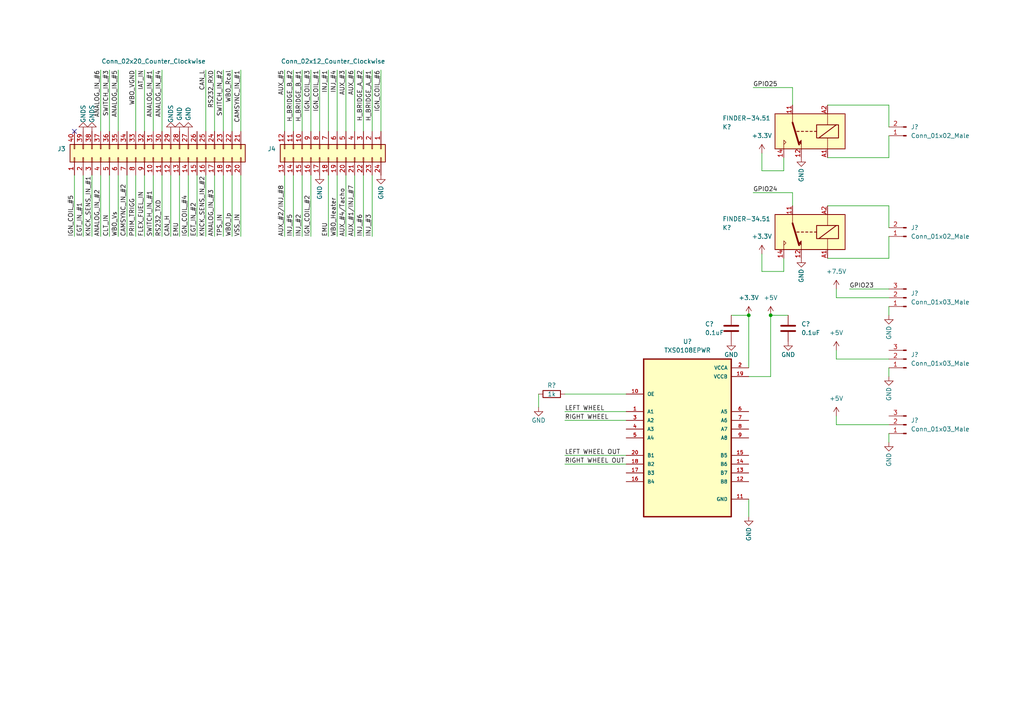
<source format=kicad_sch>
(kicad_sch (version 20211123) (generator eeschema)

  (uuid 4286392d-ef6a-41d8-bfd6-5b7310de4d20)

  (paper "A4")

  (lib_symbols
    (symbol "Connector:Conn_01x02_Male" (pin_names (offset 1.016) hide) (in_bom yes) (on_board yes)
      (property "Reference" "J" (id 0) (at 0 2.54 0)
        (effects (font (size 1.27 1.27)))
      )
      (property "Value" "Conn_01x02_Male" (id 1) (at 0 -5.08 0)
        (effects (font (size 1.27 1.27)))
      )
      (property "Footprint" "" (id 2) (at 0 0 0)
        (effects (font (size 1.27 1.27)) hide)
      )
      (property "Datasheet" "~" (id 3) (at 0 0 0)
        (effects (font (size 1.27 1.27)) hide)
      )
      (property "ki_keywords" "connector" (id 4) (at 0 0 0)
        (effects (font (size 1.27 1.27)) hide)
      )
      (property "ki_description" "Generic connector, single row, 01x02, script generated (kicad-library-utils/schlib/autogen/connector/)" (id 5) (at 0 0 0)
        (effects (font (size 1.27 1.27)) hide)
      )
      (property "ki_fp_filters" "Connector*:*_1x??_*" (id 6) (at 0 0 0)
        (effects (font (size 1.27 1.27)) hide)
      )
      (symbol "Conn_01x02_Male_1_1"
        (polyline
          (pts
            (xy 1.27 -2.54)
            (xy 0.8636 -2.54)
          )
          (stroke (width 0.1524) (type default) (color 0 0 0 0))
          (fill (type none))
        )
        (polyline
          (pts
            (xy 1.27 0)
            (xy 0.8636 0)
          )
          (stroke (width 0.1524) (type default) (color 0 0 0 0))
          (fill (type none))
        )
        (rectangle (start 0.8636 -2.413) (end 0 -2.667)
          (stroke (width 0.1524) (type default) (color 0 0 0 0))
          (fill (type outline))
        )
        (rectangle (start 0.8636 0.127) (end 0 -0.127)
          (stroke (width 0.1524) (type default) (color 0 0 0 0))
          (fill (type outline))
        )
        (pin passive line (at 5.08 0 180) (length 3.81)
          (name "Pin_1" (effects (font (size 1.27 1.27))))
          (number "1" (effects (font (size 1.27 1.27))))
        )
        (pin passive line (at 5.08 -2.54 180) (length 3.81)
          (name "Pin_2" (effects (font (size 1.27 1.27))))
          (number "2" (effects (font (size 1.27 1.27))))
        )
      )
    )
    (symbol "Connector:Conn_01x03_Male" (pin_names (offset 1.016) hide) (in_bom yes) (on_board yes)
      (property "Reference" "J" (id 0) (at 0 5.08 0)
        (effects (font (size 1.27 1.27)))
      )
      (property "Value" "Conn_01x03_Male" (id 1) (at 0 -5.08 0)
        (effects (font (size 1.27 1.27)))
      )
      (property "Footprint" "" (id 2) (at 0 0 0)
        (effects (font (size 1.27 1.27)) hide)
      )
      (property "Datasheet" "~" (id 3) (at 0 0 0)
        (effects (font (size 1.27 1.27)) hide)
      )
      (property "ki_keywords" "connector" (id 4) (at 0 0 0)
        (effects (font (size 1.27 1.27)) hide)
      )
      (property "ki_description" "Generic connector, single row, 01x03, script generated (kicad-library-utils/schlib/autogen/connector/)" (id 5) (at 0 0 0)
        (effects (font (size 1.27 1.27)) hide)
      )
      (property "ki_fp_filters" "Connector*:*_1x??_*" (id 6) (at 0 0 0)
        (effects (font (size 1.27 1.27)) hide)
      )
      (symbol "Conn_01x03_Male_1_1"
        (polyline
          (pts
            (xy 1.27 -2.54)
            (xy 0.8636 -2.54)
          )
          (stroke (width 0.1524) (type default) (color 0 0 0 0))
          (fill (type none))
        )
        (polyline
          (pts
            (xy 1.27 0)
            (xy 0.8636 0)
          )
          (stroke (width 0.1524) (type default) (color 0 0 0 0))
          (fill (type none))
        )
        (polyline
          (pts
            (xy 1.27 2.54)
            (xy 0.8636 2.54)
          )
          (stroke (width 0.1524) (type default) (color 0 0 0 0))
          (fill (type none))
        )
        (rectangle (start 0.8636 -2.413) (end 0 -2.667)
          (stroke (width 0.1524) (type default) (color 0 0 0 0))
          (fill (type outline))
        )
        (rectangle (start 0.8636 0.127) (end 0 -0.127)
          (stroke (width 0.1524) (type default) (color 0 0 0 0))
          (fill (type outline))
        )
        (rectangle (start 0.8636 2.667) (end 0 2.413)
          (stroke (width 0.1524) (type default) (color 0 0 0 0))
          (fill (type outline))
        )
        (pin passive line (at 5.08 2.54 180) (length 3.81)
          (name "Pin_1" (effects (font (size 1.27 1.27))))
          (number "1" (effects (font (size 1.27 1.27))))
        )
        (pin passive line (at 5.08 0 180) (length 3.81)
          (name "Pin_2" (effects (font (size 1.27 1.27))))
          (number "2" (effects (font (size 1.27 1.27))))
        )
        (pin passive line (at 5.08 -2.54 180) (length 3.81)
          (name "Pin_3" (effects (font (size 1.27 1.27))))
          (number "3" (effects (font (size 1.27 1.27))))
        )
      )
    )
    (symbol "Connector_Generic:Conn_02x12_Counter_Clockwise" (pin_names (offset 1.016) hide) (in_bom yes) (on_board yes)
      (property "Reference" "J" (id 0) (at 1.27 15.24 0)
        (effects (font (size 1.27 1.27)))
      )
      (property "Value" "Conn_02x12_Counter_Clockwise" (id 1) (at 1.27 -17.78 0)
        (effects (font (size 1.27 1.27)))
      )
      (property "Footprint" "" (id 2) (at 0 0 0)
        (effects (font (size 1.27 1.27)) hide)
      )
      (property "Datasheet" "~" (id 3) (at 0 0 0)
        (effects (font (size 1.27 1.27)) hide)
      )
      (property "ki_keywords" "connector" (id 4) (at 0 0 0)
        (effects (font (size 1.27 1.27)) hide)
      )
      (property "ki_description" "Generic connector, double row, 02x12, counter clockwise pin numbering scheme (similar to DIP package numbering), script generated (kicad-library-utils/schlib/autogen/connector/)" (id 5) (at 0 0 0)
        (effects (font (size 1.27 1.27)) hide)
      )
      (property "ki_fp_filters" "Connector*:*_2x??_*" (id 6) (at 0 0 0)
        (effects (font (size 1.27 1.27)) hide)
      )
      (symbol "Conn_02x12_Counter_Clockwise_1_1"
        (rectangle (start -1.27 -15.113) (end 0 -15.367)
          (stroke (width 0.1524) (type default) (color 0 0 0 0))
          (fill (type none))
        )
        (rectangle (start -1.27 -12.573) (end 0 -12.827)
          (stroke (width 0.1524) (type default) (color 0 0 0 0))
          (fill (type none))
        )
        (rectangle (start -1.27 -10.033) (end 0 -10.287)
          (stroke (width 0.1524) (type default) (color 0 0 0 0))
          (fill (type none))
        )
        (rectangle (start -1.27 -7.493) (end 0 -7.747)
          (stroke (width 0.1524) (type default) (color 0 0 0 0))
          (fill (type none))
        )
        (rectangle (start -1.27 -4.953) (end 0 -5.207)
          (stroke (width 0.1524) (type default) (color 0 0 0 0))
          (fill (type none))
        )
        (rectangle (start -1.27 -2.413) (end 0 -2.667)
          (stroke (width 0.1524) (type default) (color 0 0 0 0))
          (fill (type none))
        )
        (rectangle (start -1.27 0.127) (end 0 -0.127)
          (stroke (width 0.1524) (type default) (color 0 0 0 0))
          (fill (type none))
        )
        (rectangle (start -1.27 2.667) (end 0 2.413)
          (stroke (width 0.1524) (type default) (color 0 0 0 0))
          (fill (type none))
        )
        (rectangle (start -1.27 5.207) (end 0 4.953)
          (stroke (width 0.1524) (type default) (color 0 0 0 0))
          (fill (type none))
        )
        (rectangle (start -1.27 7.747) (end 0 7.493)
          (stroke (width 0.1524) (type default) (color 0 0 0 0))
          (fill (type none))
        )
        (rectangle (start -1.27 10.287) (end 0 10.033)
          (stroke (width 0.1524) (type default) (color 0 0 0 0))
          (fill (type none))
        )
        (rectangle (start -1.27 12.827) (end 0 12.573)
          (stroke (width 0.1524) (type default) (color 0 0 0 0))
          (fill (type none))
        )
        (rectangle (start -1.27 13.97) (end 3.81 -16.51)
          (stroke (width 0.254) (type default) (color 0 0 0 0))
          (fill (type background))
        )
        (rectangle (start 3.81 -15.113) (end 2.54 -15.367)
          (stroke (width 0.1524) (type default) (color 0 0 0 0))
          (fill (type none))
        )
        (rectangle (start 3.81 -12.573) (end 2.54 -12.827)
          (stroke (width 0.1524) (type default) (color 0 0 0 0))
          (fill (type none))
        )
        (rectangle (start 3.81 -10.033) (end 2.54 -10.287)
          (stroke (width 0.1524) (type default) (color 0 0 0 0))
          (fill (type none))
        )
        (rectangle (start 3.81 -7.493) (end 2.54 -7.747)
          (stroke (width 0.1524) (type default) (color 0 0 0 0))
          (fill (type none))
        )
        (rectangle (start 3.81 -4.953) (end 2.54 -5.207)
          (stroke (width 0.1524) (type default) (color 0 0 0 0))
          (fill (type none))
        )
        (rectangle (start 3.81 -2.413) (end 2.54 -2.667)
          (stroke (width 0.1524) (type default) (color 0 0 0 0))
          (fill (type none))
        )
        (rectangle (start 3.81 0.127) (end 2.54 -0.127)
          (stroke (width 0.1524) (type default) (color 0 0 0 0))
          (fill (type none))
        )
        (rectangle (start 3.81 2.667) (end 2.54 2.413)
          (stroke (width 0.1524) (type default) (color 0 0 0 0))
          (fill (type none))
        )
        (rectangle (start 3.81 5.207) (end 2.54 4.953)
          (stroke (width 0.1524) (type default) (color 0 0 0 0))
          (fill (type none))
        )
        (rectangle (start 3.81 7.747) (end 2.54 7.493)
          (stroke (width 0.1524) (type default) (color 0 0 0 0))
          (fill (type none))
        )
        (rectangle (start 3.81 10.287) (end 2.54 10.033)
          (stroke (width 0.1524) (type default) (color 0 0 0 0))
          (fill (type none))
        )
        (rectangle (start 3.81 12.827) (end 2.54 12.573)
          (stroke (width 0.1524) (type default) (color 0 0 0 0))
          (fill (type none))
        )
        (pin passive line (at -5.08 12.7 0) (length 3.81)
          (name "Pin_1" (effects (font (size 1.27 1.27))))
          (number "1" (effects (font (size 1.27 1.27))))
        )
        (pin passive line (at -5.08 -10.16 0) (length 3.81)
          (name "Pin_10" (effects (font (size 1.27 1.27))))
          (number "10" (effects (font (size 1.27 1.27))))
        )
        (pin passive line (at -5.08 -12.7 0) (length 3.81)
          (name "Pin_11" (effects (font (size 1.27 1.27))))
          (number "11" (effects (font (size 1.27 1.27))))
        )
        (pin passive line (at -5.08 -15.24 0) (length 3.81)
          (name "Pin_12" (effects (font (size 1.27 1.27))))
          (number "12" (effects (font (size 1.27 1.27))))
        )
        (pin passive line (at 7.62 -15.24 180) (length 3.81)
          (name "Pin_13" (effects (font (size 1.27 1.27))))
          (number "13" (effects (font (size 1.27 1.27))))
        )
        (pin passive line (at 7.62 -12.7 180) (length 3.81)
          (name "Pin_14" (effects (font (size 1.27 1.27))))
          (number "14" (effects (font (size 1.27 1.27))))
        )
        (pin passive line (at 7.62 -10.16 180) (length 3.81)
          (name "Pin_15" (effects (font (size 1.27 1.27))))
          (number "15" (effects (font (size 1.27 1.27))))
        )
        (pin passive line (at 7.62 -7.62 180) (length 3.81)
          (name "Pin_16" (effects (font (size 1.27 1.27))))
          (number "16" (effects (font (size 1.27 1.27))))
        )
        (pin passive line (at 7.62 -5.08 180) (length 3.81)
          (name "Pin_17" (effects (font (size 1.27 1.27))))
          (number "17" (effects (font (size 1.27 1.27))))
        )
        (pin passive line (at 7.62 -2.54 180) (length 3.81)
          (name "Pin_18" (effects (font (size 1.27 1.27))))
          (number "18" (effects (font (size 1.27 1.27))))
        )
        (pin passive line (at 7.62 0 180) (length 3.81)
          (name "Pin_19" (effects (font (size 1.27 1.27))))
          (number "19" (effects (font (size 1.27 1.27))))
        )
        (pin passive line (at -5.08 10.16 0) (length 3.81)
          (name "Pin_2" (effects (font (size 1.27 1.27))))
          (number "2" (effects (font (size 1.27 1.27))))
        )
        (pin passive line (at 7.62 2.54 180) (length 3.81)
          (name "Pin_20" (effects (font (size 1.27 1.27))))
          (number "20" (effects (font (size 1.27 1.27))))
        )
        (pin passive line (at 7.62 5.08 180) (length 3.81)
          (name "Pin_21" (effects (font (size 1.27 1.27))))
          (number "21" (effects (font (size 1.27 1.27))))
        )
        (pin passive line (at 7.62 7.62 180) (length 3.81)
          (name "Pin_22" (effects (font (size 1.27 1.27))))
          (number "22" (effects (font (size 1.27 1.27))))
        )
        (pin passive line (at 7.62 10.16 180) (length 3.81)
          (name "Pin_23" (effects (font (size 1.27 1.27))))
          (number "23" (effects (font (size 1.27 1.27))))
        )
        (pin passive line (at 7.62 12.7 180) (length 3.81)
          (name "Pin_24" (effects (font (size 1.27 1.27))))
          (number "24" (effects (font (size 1.27 1.27))))
        )
        (pin passive line (at -5.08 7.62 0) (length 3.81)
          (name "Pin_3" (effects (font (size 1.27 1.27))))
          (number "3" (effects (font (size 1.27 1.27))))
        )
        (pin passive line (at -5.08 5.08 0) (length 3.81)
          (name "Pin_4" (effects (font (size 1.27 1.27))))
          (number "4" (effects (font (size 1.27 1.27))))
        )
        (pin passive line (at -5.08 2.54 0) (length 3.81)
          (name "Pin_5" (effects (font (size 1.27 1.27))))
          (number "5" (effects (font (size 1.27 1.27))))
        )
        (pin passive line (at -5.08 0 0) (length 3.81)
          (name "Pin_6" (effects (font (size 1.27 1.27))))
          (number "6" (effects (font (size 1.27 1.27))))
        )
        (pin passive line (at -5.08 -2.54 0) (length 3.81)
          (name "Pin_7" (effects (font (size 1.27 1.27))))
          (number "7" (effects (font (size 1.27 1.27))))
        )
        (pin passive line (at -5.08 -5.08 0) (length 3.81)
          (name "Pin_8" (effects (font (size 1.27 1.27))))
          (number "8" (effects (font (size 1.27 1.27))))
        )
        (pin passive line (at -5.08 -7.62 0) (length 3.81)
          (name "Pin_9" (effects (font (size 1.27 1.27))))
          (number "9" (effects (font (size 1.27 1.27))))
        )
      )
    )
    (symbol "Connector_Generic:Conn_02x20_Counter_Clockwise" (pin_names (offset 1.016) hide) (in_bom yes) (on_board yes)
      (property "Reference" "J" (id 0) (at 1.27 25.4 0)
        (effects (font (size 1.27 1.27)))
      )
      (property "Value" "Conn_02x20_Counter_Clockwise" (id 1) (at 1.27 -27.94 0)
        (effects (font (size 1.27 1.27)))
      )
      (property "Footprint" "" (id 2) (at 0 0 0)
        (effects (font (size 1.27 1.27)) hide)
      )
      (property "Datasheet" "~" (id 3) (at 0 0 0)
        (effects (font (size 1.27 1.27)) hide)
      )
      (property "ki_keywords" "connector" (id 4) (at 0 0 0)
        (effects (font (size 1.27 1.27)) hide)
      )
      (property "ki_description" "Generic connector, double row, 02x20, counter clockwise pin numbering scheme (similar to DIP package numbering), script generated (kicad-library-utils/schlib/autogen/connector/)" (id 5) (at 0 0 0)
        (effects (font (size 1.27 1.27)) hide)
      )
      (property "ki_fp_filters" "Connector*:*_2x??_*" (id 6) (at 0 0 0)
        (effects (font (size 1.27 1.27)) hide)
      )
      (symbol "Conn_02x20_Counter_Clockwise_1_1"
        (rectangle (start -1.27 -25.273) (end 0 -25.527)
          (stroke (width 0.1524) (type default) (color 0 0 0 0))
          (fill (type none))
        )
        (rectangle (start -1.27 -22.733) (end 0 -22.987)
          (stroke (width 0.1524) (type default) (color 0 0 0 0))
          (fill (type none))
        )
        (rectangle (start -1.27 -20.193) (end 0 -20.447)
          (stroke (width 0.1524) (type default) (color 0 0 0 0))
          (fill (type none))
        )
        (rectangle (start -1.27 -17.653) (end 0 -17.907)
          (stroke (width 0.1524) (type default) (color 0 0 0 0))
          (fill (type none))
        )
        (rectangle (start -1.27 -15.113) (end 0 -15.367)
          (stroke (width 0.1524) (type default) (color 0 0 0 0))
          (fill (type none))
        )
        (rectangle (start -1.27 -12.573) (end 0 -12.827)
          (stroke (width 0.1524) (type default) (color 0 0 0 0))
          (fill (type none))
        )
        (rectangle (start -1.27 -10.033) (end 0 -10.287)
          (stroke (width 0.1524) (type default) (color 0 0 0 0))
          (fill (type none))
        )
        (rectangle (start -1.27 -7.493) (end 0 -7.747)
          (stroke (width 0.1524) (type default) (color 0 0 0 0))
          (fill (type none))
        )
        (rectangle (start -1.27 -4.953) (end 0 -5.207)
          (stroke (width 0.1524) (type default) (color 0 0 0 0))
          (fill (type none))
        )
        (rectangle (start -1.27 -2.413) (end 0 -2.667)
          (stroke (width 0.1524) (type default) (color 0 0 0 0))
          (fill (type none))
        )
        (rectangle (start -1.27 0.127) (end 0 -0.127)
          (stroke (width 0.1524) (type default) (color 0 0 0 0))
          (fill (type none))
        )
        (rectangle (start -1.27 2.667) (end 0 2.413)
          (stroke (width 0.1524) (type default) (color 0 0 0 0))
          (fill (type none))
        )
        (rectangle (start -1.27 5.207) (end 0 4.953)
          (stroke (width 0.1524) (type default) (color 0 0 0 0))
          (fill (type none))
        )
        (rectangle (start -1.27 7.747) (end 0 7.493)
          (stroke (width 0.1524) (type default) (color 0 0 0 0))
          (fill (type none))
        )
        (rectangle (start -1.27 10.287) (end 0 10.033)
          (stroke (width 0.1524) (type default) (color 0 0 0 0))
          (fill (type none))
        )
        (rectangle (start -1.27 12.827) (end 0 12.573)
          (stroke (width 0.1524) (type default) (color 0 0 0 0))
          (fill (type none))
        )
        (rectangle (start -1.27 15.367) (end 0 15.113)
          (stroke (width 0.1524) (type default) (color 0 0 0 0))
          (fill (type none))
        )
        (rectangle (start -1.27 17.907) (end 0 17.653)
          (stroke (width 0.1524) (type default) (color 0 0 0 0))
          (fill (type none))
        )
        (rectangle (start -1.27 20.447) (end 0 20.193)
          (stroke (width 0.1524) (type default) (color 0 0 0 0))
          (fill (type none))
        )
        (rectangle (start -1.27 22.987) (end 0 22.733)
          (stroke (width 0.1524) (type default) (color 0 0 0 0))
          (fill (type none))
        )
        (rectangle (start -1.27 24.13) (end 3.81 -26.67)
          (stroke (width 0.254) (type default) (color 0 0 0 0))
          (fill (type background))
        )
        (rectangle (start 3.81 -25.273) (end 2.54 -25.527)
          (stroke (width 0.1524) (type default) (color 0 0 0 0))
          (fill (type none))
        )
        (rectangle (start 3.81 -22.733) (end 2.54 -22.987)
          (stroke (width 0.1524) (type default) (color 0 0 0 0))
          (fill (type none))
        )
        (rectangle (start 3.81 -20.193) (end 2.54 -20.447)
          (stroke (width 0.1524) (type default) (color 0 0 0 0))
          (fill (type none))
        )
        (rectangle (start 3.81 -17.653) (end 2.54 -17.907)
          (stroke (width 0.1524) (type default) (color 0 0 0 0))
          (fill (type none))
        )
        (rectangle (start 3.81 -15.113) (end 2.54 -15.367)
          (stroke (width 0.1524) (type default) (color 0 0 0 0))
          (fill (type none))
        )
        (rectangle (start 3.81 -12.573) (end 2.54 -12.827)
          (stroke (width 0.1524) (type default) (color 0 0 0 0))
          (fill (type none))
        )
        (rectangle (start 3.81 -10.033) (end 2.54 -10.287)
          (stroke (width 0.1524) (type default) (color 0 0 0 0))
          (fill (type none))
        )
        (rectangle (start 3.81 -7.493) (end 2.54 -7.747)
          (stroke (width 0.1524) (type default) (color 0 0 0 0))
          (fill (type none))
        )
        (rectangle (start 3.81 -4.953) (end 2.54 -5.207)
          (stroke (width 0.1524) (type default) (color 0 0 0 0))
          (fill (type none))
        )
        (rectangle (start 3.81 -2.413) (end 2.54 -2.667)
          (stroke (width 0.1524) (type default) (color 0 0 0 0))
          (fill (type none))
        )
        (rectangle (start 3.81 0.127) (end 2.54 -0.127)
          (stroke (width 0.1524) (type default) (color 0 0 0 0))
          (fill (type none))
        )
        (rectangle (start 3.81 2.667) (end 2.54 2.413)
          (stroke (width 0.1524) (type default) (color 0 0 0 0))
          (fill (type none))
        )
        (rectangle (start 3.81 5.207) (end 2.54 4.953)
          (stroke (width 0.1524) (type default) (color 0 0 0 0))
          (fill (type none))
        )
        (rectangle (start 3.81 7.747) (end 2.54 7.493)
          (stroke (width 0.1524) (type default) (color 0 0 0 0))
          (fill (type none))
        )
        (rectangle (start 3.81 10.287) (end 2.54 10.033)
          (stroke (width 0.1524) (type default) (color 0 0 0 0))
          (fill (type none))
        )
        (rectangle (start 3.81 12.827) (end 2.54 12.573)
          (stroke (width 0.1524) (type default) (color 0 0 0 0))
          (fill (type none))
        )
        (rectangle (start 3.81 15.367) (end 2.54 15.113)
          (stroke (width 0.1524) (type default) (color 0 0 0 0))
          (fill (type none))
        )
        (rectangle (start 3.81 17.907) (end 2.54 17.653)
          (stroke (width 0.1524) (type default) (color 0 0 0 0))
          (fill (type none))
        )
        (rectangle (start 3.81 20.447) (end 2.54 20.193)
          (stroke (width 0.1524) (type default) (color 0 0 0 0))
          (fill (type none))
        )
        (rectangle (start 3.81 22.987) (end 2.54 22.733)
          (stroke (width 0.1524) (type default) (color 0 0 0 0))
          (fill (type none))
        )
        (pin passive line (at -5.08 22.86 0) (length 3.81)
          (name "Pin_1" (effects (font (size 1.27 1.27))))
          (number "1" (effects (font (size 1.27 1.27))))
        )
        (pin passive line (at -5.08 0 0) (length 3.81)
          (name "Pin_10" (effects (font (size 1.27 1.27))))
          (number "10" (effects (font (size 1.27 1.27))))
        )
        (pin passive line (at -5.08 -2.54 0) (length 3.81)
          (name "Pin_11" (effects (font (size 1.27 1.27))))
          (number "11" (effects (font (size 1.27 1.27))))
        )
        (pin passive line (at -5.08 -5.08 0) (length 3.81)
          (name "Pin_12" (effects (font (size 1.27 1.27))))
          (number "12" (effects (font (size 1.27 1.27))))
        )
        (pin passive line (at -5.08 -7.62 0) (length 3.81)
          (name "Pin_13" (effects (font (size 1.27 1.27))))
          (number "13" (effects (font (size 1.27 1.27))))
        )
        (pin passive line (at -5.08 -10.16 0) (length 3.81)
          (name "Pin_14" (effects (font (size 1.27 1.27))))
          (number "14" (effects (font (size 1.27 1.27))))
        )
        (pin passive line (at -5.08 -12.7 0) (length 3.81)
          (name "Pin_15" (effects (font (size 1.27 1.27))))
          (number "15" (effects (font (size 1.27 1.27))))
        )
        (pin passive line (at -5.08 -15.24 0) (length 3.81)
          (name "Pin_16" (effects (font (size 1.27 1.27))))
          (number "16" (effects (font (size 1.27 1.27))))
        )
        (pin passive line (at -5.08 -17.78 0) (length 3.81)
          (name "Pin_17" (effects (font (size 1.27 1.27))))
          (number "17" (effects (font (size 1.27 1.27))))
        )
        (pin passive line (at -5.08 -20.32 0) (length 3.81)
          (name "Pin_18" (effects (font (size 1.27 1.27))))
          (number "18" (effects (font (size 1.27 1.27))))
        )
        (pin passive line (at -5.08 -22.86 0) (length 3.81)
          (name "Pin_19" (effects (font (size 1.27 1.27))))
          (number "19" (effects (font (size 1.27 1.27))))
        )
        (pin passive line (at -5.08 20.32 0) (length 3.81)
          (name "Pin_2" (effects (font (size 1.27 1.27))))
          (number "2" (effects (font (size 1.27 1.27))))
        )
        (pin passive line (at -5.08 -25.4 0) (length 3.81)
          (name "Pin_20" (effects (font (size 1.27 1.27))))
          (number "20" (effects (font (size 1.27 1.27))))
        )
        (pin passive line (at 7.62 -25.4 180) (length 3.81)
          (name "Pin_21" (effects (font (size 1.27 1.27))))
          (number "21" (effects (font (size 1.27 1.27))))
        )
        (pin passive line (at 7.62 -22.86 180) (length 3.81)
          (name "Pin_22" (effects (font (size 1.27 1.27))))
          (number "22" (effects (font (size 1.27 1.27))))
        )
        (pin passive line (at 7.62 -20.32 180) (length 3.81)
          (name "Pin_23" (effects (font (size 1.27 1.27))))
          (number "23" (effects (font (size 1.27 1.27))))
        )
        (pin passive line (at 7.62 -17.78 180) (length 3.81)
          (name "Pin_24" (effects (font (size 1.27 1.27))))
          (number "24" (effects (font (size 1.27 1.27))))
        )
        (pin passive line (at 7.62 -15.24 180) (length 3.81)
          (name "Pin_25" (effects (font (size 1.27 1.27))))
          (number "25" (effects (font (size 1.27 1.27))))
        )
        (pin passive line (at 7.62 -12.7 180) (length 3.81)
          (name "Pin_26" (effects (font (size 1.27 1.27))))
          (number "26" (effects (font (size 1.27 1.27))))
        )
        (pin passive line (at 7.62 -10.16 180) (length 3.81)
          (name "Pin_27" (effects (font (size 1.27 1.27))))
          (number "27" (effects (font (size 1.27 1.27))))
        )
        (pin passive line (at 7.62 -7.62 180) (length 3.81)
          (name "Pin_28" (effects (font (size 1.27 1.27))))
          (number "28" (effects (font (size 1.27 1.27))))
        )
        (pin passive line (at 7.62 -5.08 180) (length 3.81)
          (name "Pin_29" (effects (font (size 1.27 1.27))))
          (number "29" (effects (font (size 1.27 1.27))))
        )
        (pin passive line (at -5.08 17.78 0) (length 3.81)
          (name "Pin_3" (effects (font (size 1.27 1.27))))
          (number "3" (effects (font (size 1.27 1.27))))
        )
        (pin passive line (at 7.62 -2.54 180) (length 3.81)
          (name "Pin_30" (effects (font (size 1.27 1.27))))
          (number "30" (effects (font (size 1.27 1.27))))
        )
        (pin passive line (at 7.62 0 180) (length 3.81)
          (name "Pin_31" (effects (font (size 1.27 1.27))))
          (number "31" (effects (font (size 1.27 1.27))))
        )
        (pin passive line (at 7.62 2.54 180) (length 3.81)
          (name "Pin_32" (effects (font (size 1.27 1.27))))
          (number "32" (effects (font (size 1.27 1.27))))
        )
        (pin passive line (at 7.62 5.08 180) (length 3.81)
          (name "Pin_33" (effects (font (size 1.27 1.27))))
          (number "33" (effects (font (size 1.27 1.27))))
        )
        (pin passive line (at 7.62 7.62 180) (length 3.81)
          (name "Pin_34" (effects (font (size 1.27 1.27))))
          (number "34" (effects (font (size 1.27 1.27))))
        )
        (pin passive line (at 7.62 10.16 180) (length 3.81)
          (name "Pin_35" (effects (font (size 1.27 1.27))))
          (number "35" (effects (font (size 1.27 1.27))))
        )
        (pin passive line (at 7.62 12.7 180) (length 3.81)
          (name "Pin_36" (effects (font (size 1.27 1.27))))
          (number "36" (effects (font (size 1.27 1.27))))
        )
        (pin passive line (at 7.62 15.24 180) (length 3.81)
          (name "Pin_37" (effects (font (size 1.27 1.27))))
          (number "37" (effects (font (size 1.27 1.27))))
        )
        (pin passive line (at 7.62 17.78 180) (length 3.81)
          (name "Pin_38" (effects (font (size 1.27 1.27))))
          (number "38" (effects (font (size 1.27 1.27))))
        )
        (pin passive line (at 7.62 20.32 180) (length 3.81)
          (name "Pin_39" (effects (font (size 1.27 1.27))))
          (number "39" (effects (font (size 1.27 1.27))))
        )
        (pin passive line (at -5.08 15.24 0) (length 3.81)
          (name "Pin_4" (effects (font (size 1.27 1.27))))
          (number "4" (effects (font (size 1.27 1.27))))
        )
        (pin passive line (at 7.62 22.86 180) (length 3.81)
          (name "Pin_40" (effects (font (size 1.27 1.27))))
          (number "40" (effects (font (size 1.27 1.27))))
        )
        (pin passive line (at -5.08 12.7 0) (length 3.81)
          (name "Pin_5" (effects (font (size 1.27 1.27))))
          (number "5" (effects (font (size 1.27 1.27))))
        )
        (pin passive line (at -5.08 10.16 0) (length 3.81)
          (name "Pin_6" (effects (font (size 1.27 1.27))))
          (number "6" (effects (font (size 1.27 1.27))))
        )
        (pin passive line (at -5.08 7.62 0) (length 3.81)
          (name "Pin_7" (effects (font (size 1.27 1.27))))
          (number "7" (effects (font (size 1.27 1.27))))
        )
        (pin passive line (at -5.08 5.08 0) (length 3.81)
          (name "Pin_8" (effects (font (size 1.27 1.27))))
          (number "8" (effects (font (size 1.27 1.27))))
        )
        (pin passive line (at -5.08 2.54 0) (length 3.81)
          (name "Pin_9" (effects (font (size 1.27 1.27))))
          (number "9" (effects (font (size 1.27 1.27))))
        )
      )
    )
    (symbol "Device:C" (pin_numbers hide) (pin_names (offset 0.254)) (in_bom yes) (on_board yes)
      (property "Reference" "C" (id 0) (at 0.635 2.54 0)
        (effects (font (size 1.27 1.27)) (justify left))
      )
      (property "Value" "C" (id 1) (at 0.635 -2.54 0)
        (effects (font (size 1.27 1.27)) (justify left))
      )
      (property "Footprint" "" (id 2) (at 0.9652 -3.81 0)
        (effects (font (size 1.27 1.27)) hide)
      )
      (property "Datasheet" "~" (id 3) (at 0 0 0)
        (effects (font (size 1.27 1.27)) hide)
      )
      (property "ki_keywords" "cap capacitor" (id 4) (at 0 0 0)
        (effects (font (size 1.27 1.27)) hide)
      )
      (property "ki_description" "Unpolarized capacitor" (id 5) (at 0 0 0)
        (effects (font (size 1.27 1.27)) hide)
      )
      (property "ki_fp_filters" "C_*" (id 6) (at 0 0 0)
        (effects (font (size 1.27 1.27)) hide)
      )
      (symbol "C_0_1"
        (polyline
          (pts
            (xy -2.032 -0.762)
            (xy 2.032 -0.762)
          )
          (stroke (width 0.508) (type default) (color 0 0 0 0))
          (fill (type none))
        )
        (polyline
          (pts
            (xy -2.032 0.762)
            (xy 2.032 0.762)
          )
          (stroke (width 0.508) (type default) (color 0 0 0 0))
          (fill (type none))
        )
      )
      (symbol "C_1_1"
        (pin passive line (at 0 3.81 270) (length 2.794)
          (name "~" (effects (font (size 1.27 1.27))))
          (number "1" (effects (font (size 1.27 1.27))))
        )
        (pin passive line (at 0 -3.81 90) (length 2.794)
          (name "~" (effects (font (size 1.27 1.27))))
          (number "2" (effects (font (size 1.27 1.27))))
        )
      )
    )
    (symbol "Device:R" (pin_numbers hide) (pin_names (offset 0)) (in_bom yes) (on_board yes)
      (property "Reference" "R" (id 0) (at 2.032 0 90)
        (effects (font (size 1.27 1.27)))
      )
      (property "Value" "R" (id 1) (at 0 0 90)
        (effects (font (size 1.27 1.27)))
      )
      (property "Footprint" "" (id 2) (at -1.778 0 90)
        (effects (font (size 1.27 1.27)) hide)
      )
      (property "Datasheet" "~" (id 3) (at 0 0 0)
        (effects (font (size 1.27 1.27)) hide)
      )
      (property "ki_keywords" "R res resistor" (id 4) (at 0 0 0)
        (effects (font (size 1.27 1.27)) hide)
      )
      (property "ki_description" "Resistor" (id 5) (at 0 0 0)
        (effects (font (size 1.27 1.27)) hide)
      )
      (property "ki_fp_filters" "R_*" (id 6) (at 0 0 0)
        (effects (font (size 1.27 1.27)) hide)
      )
      (symbol "R_0_1"
        (rectangle (start -1.016 -2.54) (end 1.016 2.54)
          (stroke (width 0.254) (type default) (color 0 0 0 0))
          (fill (type none))
        )
      )
      (symbol "R_1_1"
        (pin passive line (at 0 3.81 270) (length 1.27)
          (name "~" (effects (font (size 1.27 1.27))))
          (number "1" (effects (font (size 1.27 1.27))))
        )
        (pin passive line (at 0 -3.81 90) (length 1.27)
          (name "~" (effects (font (size 1.27 1.27))))
          (number "2" (effects (font (size 1.27 1.27))))
        )
      )
    )
    (symbol "Relay:FINDER-34.51" (in_bom yes) (on_board yes)
      (property "Reference" "K" (id 0) (at 11.43 3.81 0)
        (effects (font (size 1.27 1.27)) (justify left))
      )
      (property "Value" "FINDER-34.51" (id 1) (at 11.43 1.27 0)
        (effects (font (size 1.27 1.27)) (justify left))
      )
      (property "Footprint" "Relay_THT:Relay_SPDT_Finder_34.51_Vertical" (id 2) (at 28.956 -1.016 0)
        (effects (font (size 1.27 1.27)) hide)
      )
      (property "Datasheet" "https://gfinder.findernet.com/public/attachments/34/EN/S34USAEN.pdf" (id 3) (at 0 0 0)
        (effects (font (size 1.27 1.27)) hide)
      )
      (property "ki_keywords" "Single Pole Relay SPDT" (id 4) (at 0 0 0)
        (effects (font (size 1.27 1.27)) hide)
      )
      (property "ki_description" "Ultra-slim 1 Pole - 6A SPDT relay" (id 5) (at 0 0 0)
        (effects (font (size 1.27 1.27)) hide)
      )
      (property "ki_fp_filters" "Relay*SPDT*Finder*34.51*" (id 6) (at 0 0 0)
        (effects (font (size 1.27 1.27)) hide)
      )
      (symbol "FINDER-34.51_0_0"
        (polyline
          (pts
            (xy 7.62 5.08)
            (xy 7.62 2.54)
            (xy 6.985 3.175)
            (xy 7.62 3.81)
          )
          (stroke (width 0) (type default) (color 0 0 0 0))
          (fill (type none))
        )
      )
      (symbol "FINDER-34.51_0_1"
        (rectangle (start -10.16 5.08) (end 10.16 -5.08)
          (stroke (width 0.254) (type default) (color 0 0 0 0))
          (fill (type background))
        )
        (rectangle (start -8.255 1.905) (end -1.905 -1.905)
          (stroke (width 0.254) (type default) (color 0 0 0 0))
          (fill (type none))
        )
        (polyline
          (pts
            (xy -7.62 -1.905)
            (xy -2.54 1.905)
          )
          (stroke (width 0.254) (type default) (color 0 0 0 0))
          (fill (type none))
        )
        (polyline
          (pts
            (xy -5.08 -5.08)
            (xy -5.08 -1.905)
          )
          (stroke (width 0) (type default) (color 0 0 0 0))
          (fill (type none))
        )
        (polyline
          (pts
            (xy -5.08 5.08)
            (xy -5.08 1.905)
          )
          (stroke (width 0) (type default) (color 0 0 0 0))
          (fill (type none))
        )
        (polyline
          (pts
            (xy -1.905 0)
            (xy -1.27 0)
          )
          (stroke (width 0.254) (type default) (color 0 0 0 0))
          (fill (type none))
        )
        (polyline
          (pts
            (xy -0.635 0)
            (xy 0 0)
          )
          (stroke (width 0.254) (type default) (color 0 0 0 0))
          (fill (type none))
        )
        (polyline
          (pts
            (xy 0.635 0)
            (xy 1.27 0)
          )
          (stroke (width 0.254) (type default) (color 0 0 0 0))
          (fill (type none))
        )
        (polyline
          (pts
            (xy 1.905 0)
            (xy 2.54 0)
          )
          (stroke (width 0.254) (type default) (color 0 0 0 0))
          (fill (type none))
        )
        (polyline
          (pts
            (xy 3.175 0)
            (xy 3.81 0)
          )
          (stroke (width 0.254) (type default) (color 0 0 0 0))
          (fill (type none))
        )
        (polyline
          (pts
            (xy 5.08 -2.54)
            (xy 3.175 3.81)
          )
          (stroke (width 0.508) (type default) (color 0 0 0 0))
          (fill (type none))
        )
        (polyline
          (pts
            (xy 5.08 -2.54)
            (xy 5.08 -5.08)
          )
          (stroke (width 0) (type default) (color 0 0 0 0))
          (fill (type none))
        )
        (polyline
          (pts
            (xy 2.54 5.08)
            (xy 2.54 2.54)
            (xy 3.175 3.175)
            (xy 2.54 3.81)
          )
          (stroke (width 0) (type default) (color 0 0 0 0))
          (fill (type outline))
        )
      )
      (symbol "FINDER-34.51_1_1"
        (pin passive line (at 5.08 -7.62 90) (length 2.54)
          (name "~" (effects (font (size 1.27 1.27))))
          (number "11" (effects (font (size 1.27 1.27))))
        )
        (pin passive line (at 2.54 7.62 270) (length 2.54)
          (name "~" (effects (font (size 1.27 1.27))))
          (number "12" (effects (font (size 1.27 1.27))))
        )
        (pin passive line (at 7.62 7.62 270) (length 2.54)
          (name "~" (effects (font (size 1.27 1.27))))
          (number "14" (effects (font (size 1.27 1.27))))
        )
        (pin passive line (at -5.08 7.62 270) (length 2.54)
          (name "~" (effects (font (size 1.27 1.27))))
          (number "A1" (effects (font (size 1.27 1.27))))
        )
        (pin passive line (at -5.08 -7.62 90) (length 2.54)
          (name "~" (effects (font (size 1.27 1.27))))
          (number "A2" (effects (font (size 1.27 1.27))))
        )
      )
    )
    (symbol "TXS0108EPWR:TXS0108EPWR" (pin_names (offset 1.016)) (in_bom yes) (on_board yes)
      (property "Reference" "U" (id 0) (at -12.7 23.8506 0)
        (effects (font (size 1.27 1.27)) (justify left bottom))
      )
      (property "Value" "TXS0108EPWR" (id 1) (at -12.7 -26.8478 0)
        (effects (font (size 1.27 1.27)) (justify left bottom))
      )
      (property "Footprint" "SOP65P640X120-20N" (id 2) (at 0 0 0)
        (effects (font (size 1.27 1.27)) (justify left bottom) hide)
      )
      (property "Datasheet" "" (id 3) (at 0 0 0)
        (effects (font (size 1.27 1.27)) (justify left bottom) hide)
      )
      (property "Package" "TSSOP-20 Texas Instruments" (id 4) (at 0 0 0)
        (effects (font (size 1.27 1.27)) (justify left bottom) hide)
      )
      (property "MP" "TXS0108EPWR" (id 5) (at 0 0 0)
        (effects (font (size 1.27 1.27)) (justify left bottom) hide)
      )
      (property "Availability" "In Stock" (id 6) (at 0 0 0)
        (effects (font (size 1.27 1.27)) (justify left bottom) hide)
      )
      (property "Price" "None" (id 7) (at 0 0 0)
        (effects (font (size 1.27 1.27)) (justify left bottom) hide)
      )
      (property "Purchase-URL" "https://pricing.snapeda.com/search/part/TXS0108EPWR/?ref=eda" (id 8) (at 0 0 0)
        (effects (font (size 1.27 1.27)) (justify left bottom) hide)
      )
      (property "MF" "Texas Instruments" (id 9) (at 0 0 0)
        (effects (font (size 1.27 1.27)) (justify left bottom) hide)
      )
      (property "Description" "\\n8-bit bidirectional voltage-level shifter for open-drain and push-pull application\\n" (id 10) (at 0 0 0)
        (effects (font (size 1.27 1.27)) (justify left bottom) hide)
      )
      (property "ki_locked" "" (id 11) (at 0 0 0)
        (effects (font (size 1.27 1.27)))
      )
      (symbol "TXS0108EPWR_0_0"
        (rectangle (start -12.7 -22.86) (end 12.7 22.86)
          (stroke (width 0.4064) (type default) (color 0 0 0 0))
          (fill (type background))
        )
        (pin bidirectional line (at -17.78 7.62 0) (length 5.08)
          (name "A1" (effects (font (size 1.016 1.016))))
          (number "1" (effects (font (size 1.016 1.016))))
        )
        (pin input line (at -17.78 12.7 0) (length 5.08)
          (name "OE" (effects (font (size 1.016 1.016))))
          (number "10" (effects (font (size 1.016 1.016))))
        )
        (pin power_in line (at 17.78 -17.78 180) (length 5.08)
          (name "GND" (effects (font (size 1.016 1.016))))
          (number "11" (effects (font (size 1.016 1.016))))
        )
        (pin bidirectional line (at 17.78 -12.7 180) (length 5.08)
          (name "B8" (effects (font (size 1.016 1.016))))
          (number "12" (effects (font (size 1.016 1.016))))
        )
        (pin bidirectional line (at 17.78 -10.16 180) (length 5.08)
          (name "B7" (effects (font (size 1.016 1.016))))
          (number "13" (effects (font (size 1.016 1.016))))
        )
        (pin bidirectional line (at 17.78 -7.62 180) (length 5.08)
          (name "B6" (effects (font (size 1.016 1.016))))
          (number "14" (effects (font (size 1.016 1.016))))
        )
        (pin bidirectional line (at 17.78 -5.08 180) (length 5.08)
          (name "B5" (effects (font (size 1.016 1.016))))
          (number "15" (effects (font (size 1.016 1.016))))
        )
        (pin bidirectional line (at -17.78 -12.7 0) (length 5.08)
          (name "B4" (effects (font (size 1.016 1.016))))
          (number "16" (effects (font (size 1.016 1.016))))
        )
        (pin bidirectional line (at -17.78 -10.16 0) (length 5.08)
          (name "B3" (effects (font (size 1.016 1.016))))
          (number "17" (effects (font (size 1.016 1.016))))
        )
        (pin bidirectional line (at -17.78 -7.62 0) (length 5.08)
          (name "B2" (effects (font (size 1.016 1.016))))
          (number "18" (effects (font (size 1.016 1.016))))
        )
        (pin power_in line (at 17.78 17.78 180) (length 5.08)
          (name "VCCB" (effects (font (size 1.016 1.016))))
          (number "19" (effects (font (size 1.016 1.016))))
        )
        (pin power_in line (at 17.78 20.32 180) (length 5.08)
          (name "VCCA" (effects (font (size 1.016 1.016))))
          (number "2" (effects (font (size 1.016 1.016))))
        )
        (pin bidirectional line (at -17.78 -5.08 0) (length 5.08)
          (name "B1" (effects (font (size 1.016 1.016))))
          (number "20" (effects (font (size 1.016 1.016))))
        )
        (pin bidirectional line (at -17.78 5.08 0) (length 5.08)
          (name "A2" (effects (font (size 1.016 1.016))))
          (number "3" (effects (font (size 1.016 1.016))))
        )
        (pin bidirectional line (at -17.78 2.54 0) (length 5.08)
          (name "A3" (effects (font (size 1.016 1.016))))
          (number "4" (effects (font (size 1.016 1.016))))
        )
        (pin bidirectional line (at -17.78 0 0) (length 5.08)
          (name "A4" (effects (font (size 1.016 1.016))))
          (number "5" (effects (font (size 1.016 1.016))))
        )
        (pin bidirectional line (at 17.78 7.62 180) (length 5.08)
          (name "A5" (effects (font (size 1.016 1.016))))
          (number "6" (effects (font (size 1.016 1.016))))
        )
        (pin bidirectional line (at 17.78 5.08 180) (length 5.08)
          (name "A6" (effects (font (size 1.016 1.016))))
          (number "7" (effects (font (size 1.016 1.016))))
        )
        (pin bidirectional line (at 17.78 2.54 180) (length 5.08)
          (name "A7" (effects (font (size 1.016 1.016))))
          (number "8" (effects (font (size 1.016 1.016))))
        )
        (pin bidirectional line (at 17.78 0 180) (length 5.08)
          (name "A8" (effects (font (size 1.016 1.016))))
          (number "9" (effects (font (size 1.016 1.016))))
        )
      )
    )
    (symbol "power:+3.3V" (power) (pin_names (offset 0)) (in_bom yes) (on_board yes)
      (property "Reference" "#PWR" (id 0) (at 0 -3.81 0)
        (effects (font (size 1.27 1.27)) hide)
      )
      (property "Value" "+3.3V" (id 1) (at 0 3.556 0)
        (effects (font (size 1.27 1.27)))
      )
      (property "Footprint" "" (id 2) (at 0 0 0)
        (effects (font (size 1.27 1.27)) hide)
      )
      (property "Datasheet" "" (id 3) (at 0 0 0)
        (effects (font (size 1.27 1.27)) hide)
      )
      (property "ki_keywords" "power-flag" (id 4) (at 0 0 0)
        (effects (font (size 1.27 1.27)) hide)
      )
      (property "ki_description" "Power symbol creates a global label with name \"+3.3V\"" (id 5) (at 0 0 0)
        (effects (font (size 1.27 1.27)) hide)
      )
      (symbol "+3.3V_0_1"
        (polyline
          (pts
            (xy -0.762 1.27)
            (xy 0 2.54)
          )
          (stroke (width 0) (type default) (color 0 0 0 0))
          (fill (type none))
        )
        (polyline
          (pts
            (xy 0 0)
            (xy 0 2.54)
          )
          (stroke (width 0) (type default) (color 0 0 0 0))
          (fill (type none))
        )
        (polyline
          (pts
            (xy 0 2.54)
            (xy 0.762 1.27)
          )
          (stroke (width 0) (type default) (color 0 0 0 0))
          (fill (type none))
        )
      )
      (symbol "+3.3V_1_1"
        (pin power_in line (at 0 0 90) (length 0) hide
          (name "+3.3V" (effects (font (size 1.27 1.27))))
          (number "1" (effects (font (size 1.27 1.27))))
        )
      )
    )
    (symbol "power:+5V" (power) (pin_names (offset 0)) (in_bom yes) (on_board yes)
      (property "Reference" "#PWR" (id 0) (at 0 -3.81 0)
        (effects (font (size 1.27 1.27)) hide)
      )
      (property "Value" "+5V" (id 1) (at 0 3.556 0)
        (effects (font (size 1.27 1.27)))
      )
      (property "Footprint" "" (id 2) (at 0 0 0)
        (effects (font (size 1.27 1.27)) hide)
      )
      (property "Datasheet" "" (id 3) (at 0 0 0)
        (effects (font (size 1.27 1.27)) hide)
      )
      (property "ki_keywords" "power-flag" (id 4) (at 0 0 0)
        (effects (font (size 1.27 1.27)) hide)
      )
      (property "ki_description" "Power symbol creates a global label with name \"+5V\"" (id 5) (at 0 0 0)
        (effects (font (size 1.27 1.27)) hide)
      )
      (symbol "+5V_0_1"
        (polyline
          (pts
            (xy -0.762 1.27)
            (xy 0 2.54)
          )
          (stroke (width 0) (type default) (color 0 0 0 0))
          (fill (type none))
        )
        (polyline
          (pts
            (xy 0 0)
            (xy 0 2.54)
          )
          (stroke (width 0) (type default) (color 0 0 0 0))
          (fill (type none))
        )
        (polyline
          (pts
            (xy 0 2.54)
            (xy 0.762 1.27)
          )
          (stroke (width 0) (type default) (color 0 0 0 0))
          (fill (type none))
        )
      )
      (symbol "+5V_1_1"
        (pin power_in line (at 0 0 90) (length 0) hide
          (name "+5V" (effects (font (size 1.27 1.27))))
          (number "1" (effects (font (size 1.27 1.27))))
        )
      )
    )
    (symbol "power:+7.5V" (power) (pin_names (offset 0)) (in_bom yes) (on_board yes)
      (property "Reference" "#PWR" (id 0) (at 0 -3.81 0)
        (effects (font (size 1.27 1.27)) hide)
      )
      (property "Value" "+7.5V" (id 1) (at 0 3.556 0)
        (effects (font (size 1.27 1.27)))
      )
      (property "Footprint" "" (id 2) (at 0 0 0)
        (effects (font (size 1.27 1.27)) hide)
      )
      (property "Datasheet" "" (id 3) (at 0 0 0)
        (effects (font (size 1.27 1.27)) hide)
      )
      (property "ki_keywords" "power-flag" (id 4) (at 0 0 0)
        (effects (font (size 1.27 1.27)) hide)
      )
      (property "ki_description" "Power symbol creates a global label with name \"+7.5V\"" (id 5) (at 0 0 0)
        (effects (font (size 1.27 1.27)) hide)
      )
      (symbol "+7.5V_0_1"
        (polyline
          (pts
            (xy -0.762 1.27)
            (xy 0 2.54)
          )
          (stroke (width 0) (type default) (color 0 0 0 0))
          (fill (type none))
        )
        (polyline
          (pts
            (xy 0 0)
            (xy 0 2.54)
          )
          (stroke (width 0) (type default) (color 0 0 0 0))
          (fill (type none))
        )
        (polyline
          (pts
            (xy 0 2.54)
            (xy 0.762 1.27)
          )
          (stroke (width 0) (type default) (color 0 0 0 0))
          (fill (type none))
        )
      )
      (symbol "+7.5V_1_1"
        (pin power_in line (at 0 0 90) (length 0) hide
          (name "+7.5V" (effects (font (size 1.27 1.27))))
          (number "1" (effects (font (size 1.27 1.27))))
        )
      )
    )
    (symbol "power:GND" (power) (pin_names (offset 0)) (in_bom yes) (on_board yes)
      (property "Reference" "#PWR" (id 0) (at 0 -6.35 0)
        (effects (font (size 1.27 1.27)) hide)
      )
      (property "Value" "GND" (id 1) (at 0 -3.81 0)
        (effects (font (size 1.27 1.27)))
      )
      (property "Footprint" "" (id 2) (at 0 0 0)
        (effects (font (size 1.27 1.27)) hide)
      )
      (property "Datasheet" "" (id 3) (at 0 0 0)
        (effects (font (size 1.27 1.27)) hide)
      )
      (property "ki_keywords" "power-flag" (id 4) (at 0 0 0)
        (effects (font (size 1.27 1.27)) hide)
      )
      (property "ki_description" "Power symbol creates a global label with name \"GND\" , ground" (id 5) (at 0 0 0)
        (effects (font (size 1.27 1.27)) hide)
      )
      (symbol "GND_0_1"
        (polyline
          (pts
            (xy 0 0)
            (xy 0 -1.27)
            (xy 1.27 -1.27)
            (xy 0 -2.54)
            (xy -1.27 -1.27)
            (xy 0 -1.27)
          )
          (stroke (width 0) (type default) (color 0 0 0 0))
          (fill (type none))
        )
      )
      (symbol "GND_1_1"
        (pin power_in line (at 0 0 270) (length 0) hide
          (name "GND" (effects (font (size 1.27 1.27))))
          (number "1" (effects (font (size 1.27 1.27))))
        )
      )
    )
    (symbol "power:GNDS" (power) (pin_names (offset 0)) (in_bom yes) (on_board yes)
      (property "Reference" "#PWR" (id 0) (at 0 -6.35 0)
        (effects (font (size 1.27 1.27)) hide)
      )
      (property "Value" "GNDS" (id 1) (at 0 -3.81 0)
        (effects (font (size 1.27 1.27)))
      )
      (property "Footprint" "" (id 2) (at 0 0 0)
        (effects (font (size 1.27 1.27)) hide)
      )
      (property "Datasheet" "" (id 3) (at 0 0 0)
        (effects (font (size 1.27 1.27)) hide)
      )
      (property "ki_keywords" "power-flag" (id 4) (at 0 0 0)
        (effects (font (size 1.27 1.27)) hide)
      )
      (property "ki_description" "Power symbol creates a global label with name \"GNDS\" , signal ground" (id 5) (at 0 0 0)
        (effects (font (size 1.27 1.27)) hide)
      )
      (symbol "GNDS_0_1"
        (polyline
          (pts
            (xy 0 0)
            (xy 0 -1.27)
            (xy 1.27 -1.27)
            (xy 0 -2.54)
            (xy -1.27 -1.27)
            (xy 0 -1.27)
          )
          (stroke (width 0) (type default) (color 0 0 0 0))
          (fill (type none))
        )
      )
      (symbol "GNDS_1_1"
        (pin power_in line (at 0 0 270) (length 0) hide
          (name "GNDS" (effects (font (size 1.27 1.27))))
          (number "1" (effects (font (size 1.27 1.27))))
        )
      )
    )
  )

  (junction (at 223.52 91.44) (diameter 0) (color 0 0 0 0)
    (uuid 0a749810-eb6e-4fcd-9416-015b6cedbea5)
  )
  (junction (at 217.17 91.44) (diameter 0) (color 0 0 0 0)
    (uuid 716fae9d-b90b-4804-8c01-03dd8a8e14cc)
  )

  (no_connect (at 21.59 38.1) (uuid 8820ecaa-6248-4e39-9eb6-a738de692a84))

  (wire (pts (xy 102.87 68.58) (xy 102.87 50.8))
    (stroke (width 0) (type default) (color 0 0 0 0))
    (uuid 0098f1eb-f300-4a12-a6c9-48a8aff5be8a)
  )
  (wire (pts (xy 34.29 68.58) (xy 34.29 50.8))
    (stroke (width 0) (type default) (color 0 0 0 0))
    (uuid 0582e4e1-a460-4317-b679-cf7493c8cf5a)
  )
  (wire (pts (xy 257.81 68.58) (xy 257.81 74.93))
    (stroke (width 0) (type default) (color 0 0 0 0))
    (uuid 0690be22-677e-48dc-a590-c746bea8cc01)
  )
  (wire (pts (xy 257.81 30.48) (xy 257.81 36.83))
    (stroke (width 0) (type default) (color 0 0 0 0))
    (uuid 085376ec-1785-4fd0-8c81-20aa1683e41d)
  )
  (wire (pts (xy 97.79 68.58) (xy 97.79 50.8))
    (stroke (width 0) (type default) (color 0 0 0 0))
    (uuid 0b3a9996-1c86-428c-8c50-48dd704e89d3)
  )
  (wire (pts (xy 242.57 83.82) (xy 242.57 86.36))
    (stroke (width 0) (type default) (color 0 0 0 0))
    (uuid 0c00a588-9a7d-4acc-957c-cb994c96ac3d)
  )
  (wire (pts (xy 220.98 49.53) (xy 227.33 49.53))
    (stroke (width 0) (type default) (color 0 0 0 0))
    (uuid 0c4f163e-07de-4e77-9f94-683b3bcc2627)
  )
  (wire (pts (xy 100.33 68.58) (xy 100.33 50.8))
    (stroke (width 0) (type default) (color 0 0 0 0))
    (uuid 0dac4880-7b45-4596-810e-2838ee630574)
  )
  (wire (pts (xy 41.91 68.58) (xy 41.91 50.8))
    (stroke (width 0) (type default) (color 0 0 0 0))
    (uuid 10cee3c5-50fb-44f9-8c61-81a3c99f6431)
  )
  (wire (pts (xy 105.41 68.58) (xy 105.41 50.8))
    (stroke (width 0) (type default) (color 0 0 0 0))
    (uuid 185520c5-3fe2-4681-b16e-3322c1db92f5)
  )
  (wire (pts (xy 223.52 109.22) (xy 223.52 91.44))
    (stroke (width 0) (type default) (color 0 0 0 0))
    (uuid 1b0ca2ed-9850-40cf-9af6-4f2f7e56dbdb)
  )
  (wire (pts (xy 102.87 20.32) (xy 102.87 38.1))
    (stroke (width 0) (type default) (color 0 0 0 0))
    (uuid 1bbc2bca-5143-44d3-9ad2-5be9e25db844)
  )
  (wire (pts (xy 87.63 20.32) (xy 87.63 38.1))
    (stroke (width 0) (type default) (color 0 0 0 0))
    (uuid 1da10c24-54de-485a-99b5-5b73baeaddd1)
  )
  (wire (pts (xy 29.21 68.58) (xy 29.21 50.8))
    (stroke (width 0) (type default) (color 0 0 0 0))
    (uuid 1e11c035-077a-4366-92b0-f47440b8e781)
  )
  (wire (pts (xy 95.25 50.8) (xy 95.25 68.58))
    (stroke (width 0) (type default) (color 0 0 0 0))
    (uuid 203cb669-8d52-4eda-92eb-052a52ebbff0)
  )
  (wire (pts (xy 41.91 20.32) (xy 41.91 38.1))
    (stroke (width 0) (type default) (color 0 0 0 0))
    (uuid 248d9834-4645-4ecb-9e80-03c028ac43d4)
  )
  (wire (pts (xy 217.17 149.86) (xy 217.17 144.78))
    (stroke (width 0) (type default) (color 0 0 0 0))
    (uuid 301374e1-96e7-4d99-97cf-c3bb0a17dfba)
  )
  (wire (pts (xy 246.38 83.82) (xy 257.81 83.82))
    (stroke (width 0) (type default) (color 0 0 0 0))
    (uuid 3055df96-a909-45f9-bbff-cca3648b0156)
  )
  (wire (pts (xy 54.61 68.58) (xy 54.61 50.8))
    (stroke (width 0) (type default) (color 0 0 0 0))
    (uuid 36d15b5e-0d60-41f9-b205-8d48f0cbfaf3)
  )
  (wire (pts (xy 163.83 132.08) (xy 181.61 132.08))
    (stroke (width 0) (type default) (color 0 0 0 0))
    (uuid 3c16453d-6f61-4314-9b0b-ab5cac35f299)
  )
  (wire (pts (xy 90.17 20.32) (xy 90.17 38.1))
    (stroke (width 0) (type default) (color 0 0 0 0))
    (uuid 3ed1b9c6-cf82-4609-bfce-9c3b49d7a2c7)
  )
  (wire (pts (xy 257.81 59.69) (xy 257.81 66.04))
    (stroke (width 0) (type default) (color 0 0 0 0))
    (uuid 43ec87e6-2c6d-4c22-b143-b79534f29389)
  )
  (wire (pts (xy 229.87 25.4) (xy 229.87 30.48))
    (stroke (width 0) (type default) (color 0 0 0 0))
    (uuid 44496c3a-cb0a-41df-b09a-1651279d0ccf)
  )
  (wire (pts (xy 97.79 20.32) (xy 97.79 38.1))
    (stroke (width 0) (type default) (color 0 0 0 0))
    (uuid 44e0f7b3-4be4-4fee-ac66-3d6eab4c8e37)
  )
  (wire (pts (xy 257.81 128.27) (xy 257.81 125.73))
    (stroke (width 0) (type default) (color 0 0 0 0))
    (uuid 4c3090b0-1754-4a61-8e8a-3142a968a138)
  )
  (wire (pts (xy 220.98 44.45) (xy 220.98 49.53))
    (stroke (width 0) (type default) (color 0 0 0 0))
    (uuid 4e31f12f-e765-419f-8776-56c58fa0ad90)
  )
  (wire (pts (xy 257.81 74.93) (xy 240.03 74.93))
    (stroke (width 0) (type default) (color 0 0 0 0))
    (uuid 4e5cec3d-b431-4425-a9f8-1542b8441e02)
  )
  (wire (pts (xy 95.25 20.32) (xy 95.25 38.1))
    (stroke (width 0) (type default) (color 0 0 0 0))
    (uuid 5007cc60-cbf1-463b-854c-7882c2cc3df6)
  )
  (wire (pts (xy 82.55 20.32) (xy 82.55 38.1))
    (stroke (width 0) (type default) (color 0 0 0 0))
    (uuid 51450960-cd2e-4052-827c-a94f6938cfaf)
  )
  (wire (pts (xy 90.17 68.58) (xy 90.17 50.8))
    (stroke (width 0) (type default) (color 0 0 0 0))
    (uuid 5709a530-9072-4ece-9765-a8360ef5d3a6)
  )
  (wire (pts (xy 257.81 104.14) (xy 242.57 104.14))
    (stroke (width 0) (type default) (color 0 0 0 0))
    (uuid 57740f44-f1a8-4220-b94e-27b4f0ae36b4)
  )
  (wire (pts (xy 49.53 68.58) (xy 49.53 50.8))
    (stroke (width 0) (type default) (color 0 0 0 0))
    (uuid 59ec2c02-0588-4a13-8c92-59ede86d0447)
  )
  (wire (pts (xy 62.23 20.32) (xy 62.23 38.1))
    (stroke (width 0) (type default) (color 0 0 0 0))
    (uuid 5bf80bff-c951-4bce-bc58-8ce657222bfd)
  )
  (wire (pts (xy 100.33 20.32) (xy 100.33 38.1))
    (stroke (width 0) (type default) (color 0 0 0 0))
    (uuid 5caf2d24-4ebb-4028-8c1e-7eaeefaadab3)
  )
  (wire (pts (xy 59.69 20.32) (xy 59.69 38.1))
    (stroke (width 0) (type default) (color 0 0 0 0))
    (uuid 62e8dc8b-8bfb-4598-9142-e995813dcf46)
  )
  (wire (pts (xy 82.55 68.58) (xy 82.55 50.8))
    (stroke (width 0) (type default) (color 0 0 0 0))
    (uuid 6346849f-62bc-421a-a0a1-91ba859455ab)
  )
  (wire (pts (xy 26.67 68.58) (xy 26.67 50.8))
    (stroke (width 0) (type default) (color 0 0 0 0))
    (uuid 6bf9c573-649d-4778-8d19-dbdef97b0a3e)
  )
  (wire (pts (xy 257.81 91.44) (xy 257.81 88.9))
    (stroke (width 0) (type default) (color 0 0 0 0))
    (uuid 6c5a14af-8b5d-482d-8d67-1662df855ec6)
  )
  (wire (pts (xy 257.81 45.72) (xy 240.03 45.72))
    (stroke (width 0) (type default) (color 0 0 0 0))
    (uuid 6ca9fc58-4fc5-4617-8f91-ffa18896aa4a)
  )
  (wire (pts (xy 59.69 68.58) (xy 59.69 50.8))
    (stroke (width 0) (type default) (color 0 0 0 0))
    (uuid 6f11c768-b940-4971-99f4-e3bcd3324813)
  )
  (wire (pts (xy 34.29 20.32) (xy 34.29 38.1))
    (stroke (width 0) (type default) (color 0 0 0 0))
    (uuid 6f1bbdf2-8cf7-4647-8f29-daa0b8ea4ed6)
  )
  (wire (pts (xy 240.03 30.48) (xy 257.81 30.48))
    (stroke (width 0) (type default) (color 0 0 0 0))
    (uuid 6fb214b3-e200-46ce-89bb-ea0d8559acc0)
  )
  (wire (pts (xy 69.85 20.32) (xy 69.85 38.1))
    (stroke (width 0) (type default) (color 0 0 0 0))
    (uuid 72ad74c5-d920-48e9-abfd-ce99a7a775ad)
  )
  (wire (pts (xy 218.44 55.88) (xy 229.87 55.88))
    (stroke (width 0) (type default) (color 0 0 0 0))
    (uuid 76821857-974f-4786-882c-8caf713c2c6e)
  )
  (wire (pts (xy 64.77 68.58) (xy 64.77 50.8))
    (stroke (width 0) (type default) (color 0 0 0 0))
    (uuid 772a4e41-d2aa-417c-8f26-aa7c5aa63f98)
  )
  (wire (pts (xy 92.71 20.32) (xy 92.71 38.1))
    (stroke (width 0) (type default) (color 0 0 0 0))
    (uuid 77e0d9c5-1cc6-4648-99db-e140f9ef6a81)
  )
  (wire (pts (xy 229.87 55.88) (xy 229.87 59.69))
    (stroke (width 0) (type default) (color 0 0 0 0))
    (uuid 79da8f8a-dbb2-44da-9a2b-6707bad2458a)
  )
  (wire (pts (xy 240.03 59.69) (xy 257.81 59.69))
    (stroke (width 0) (type default) (color 0 0 0 0))
    (uuid 7a9c3a16-6fd3-45e4-8b73-5e960115c223)
  )
  (wire (pts (xy 257.81 39.37) (xy 257.81 45.72))
    (stroke (width 0) (type default) (color 0 0 0 0))
    (uuid 7becd886-a0ba-4c31-9c3b-0ceae4c38fd4)
  )
  (wire (pts (xy 57.15 68.58) (xy 57.15 50.8))
    (stroke (width 0) (type default) (color 0 0 0 0))
    (uuid 7c28bbb8-bf82-48fb-91a3-684cf64c7b85)
  )
  (wire (pts (xy 163.83 114.3) (xy 181.61 114.3))
    (stroke (width 0) (type default) (color 0 0 0 0))
    (uuid 7e25d4bf-75df-459d-9eef-22c216ff5031)
  )
  (wire (pts (xy 227.33 49.53) (xy 227.33 45.72))
    (stroke (width 0) (type default) (color 0 0 0 0))
    (uuid 81ae8dcc-f27e-4d22-8c98-edecb0818ec9)
  )
  (wire (pts (xy 227.33 78.74) (xy 227.33 74.93))
    (stroke (width 0) (type default) (color 0 0 0 0))
    (uuid 83da1de2-dfbd-4795-9df5-73b606340c0d)
  )
  (wire (pts (xy 163.83 134.62) (xy 181.61 134.62))
    (stroke (width 0) (type default) (color 0 0 0 0))
    (uuid 8858ba43-e992-4749-98e9-8b83018bbf30)
  )
  (wire (pts (xy 31.75 20.32) (xy 31.75 38.1))
    (stroke (width 0) (type default) (color 0 0 0 0))
    (uuid 89e314d4-7105-4ba7-9e76-1592bf3dea8e)
  )
  (wire (pts (xy 44.45 20.32) (xy 44.45 38.1))
    (stroke (width 0) (type default) (color 0 0 0 0))
    (uuid 8b3cae05-753d-4683-9ba8-ccea75e87c25)
  )
  (wire (pts (xy 31.75 68.58) (xy 31.75 50.8))
    (stroke (width 0) (type default) (color 0 0 0 0))
    (uuid 8bee5ebd-6871-44bb-9920-de66adc6545f)
  )
  (wire (pts (xy 105.41 20.32) (xy 105.41 38.1))
    (stroke (width 0) (type default) (color 0 0 0 0))
    (uuid 8d9519dd-1be1-49f7-86bf-9bb73ccb10e6)
  )
  (wire (pts (xy 46.99 68.58) (xy 46.99 50.8))
    (stroke (width 0) (type default) (color 0 0 0 0))
    (uuid 8efc47e7-36ca-4595-b9a5-8f647de57875)
  )
  (wire (pts (xy 163.83 119.38) (xy 181.61 119.38))
    (stroke (width 0) (type default) (color 0 0 0 0))
    (uuid 90e1eec5-09b6-425a-b05c-c907c60154b1)
  )
  (wire (pts (xy 107.95 20.32) (xy 107.95 38.1))
    (stroke (width 0) (type default) (color 0 0 0 0))
    (uuid 95bac6b7-ea2f-4560-90d3-57b353a3c24b)
  )
  (wire (pts (xy 110.49 20.32) (xy 110.49 38.1))
    (stroke (width 0) (type default) (color 0 0 0 0))
    (uuid 9950993a-ae70-42c4-b43f-4ac26a9957ce)
  )
  (wire (pts (xy 36.83 68.58) (xy 36.83 50.8))
    (stroke (width 0) (type default) (color 0 0 0 0))
    (uuid 995344e6-21f9-4578-b3c3-9c8ba3f02423)
  )
  (wire (pts (xy 220.98 78.74) (xy 227.33 78.74))
    (stroke (width 0) (type default) (color 0 0 0 0))
    (uuid 9a315617-069f-4c09-8a13-3e3ea7898ec4)
  )
  (wire (pts (xy 52.07 50.8) (xy 52.07 68.58))
    (stroke (width 0) (type default) (color 0 0 0 0))
    (uuid 9aebdce4-432d-4600-82ad-da9dcabcec13)
  )
  (wire (pts (xy 223.52 91.44) (xy 228.6 91.44))
    (stroke (width 0) (type default) (color 0 0 0 0))
    (uuid 9c04d0d2-aaf6-4e66-a2e2-ac046b35d9b0)
  )
  (wire (pts (xy 242.57 86.36) (xy 257.81 86.36))
    (stroke (width 0) (type default) (color 0 0 0 0))
    (uuid 9d33d297-370a-4f3c-9a48-ff23b59c80ae)
  )
  (wire (pts (xy 107.95 68.58) (xy 107.95 50.8))
    (stroke (width 0) (type default) (color 0 0 0 0))
    (uuid a1773ae7-7299-4d2e-a634-98fce1c1e711)
  )
  (wire (pts (xy 85.09 68.58) (xy 85.09 50.8))
    (stroke (width 0) (type default) (color 0 0 0 0))
    (uuid ac23437c-36ce-4ffd-8bac-62596ee6824e)
  )
  (wire (pts (xy 217.17 91.44) (xy 217.17 106.68))
    (stroke (width 0) (type default) (color 0 0 0 0))
    (uuid adc5d559-8f3e-472d-a414-ded049951cae)
  )
  (wire (pts (xy 44.45 68.58) (xy 44.45 50.8))
    (stroke (width 0) (type default) (color 0 0 0 0))
    (uuid b05b24ed-4707-4775-80a7-5075d3dfd502)
  )
  (wire (pts (xy 220.98 73.66) (xy 220.98 78.74))
    (stroke (width 0) (type default) (color 0 0 0 0))
    (uuid bd631090-4294-4185-a280-369d30e159b1)
  )
  (wire (pts (xy 64.77 20.32) (xy 64.77 38.1))
    (stroke (width 0) (type default) (color 0 0 0 0))
    (uuid bf02159b-f070-431f-8dc6-615604353fdd)
  )
  (wire (pts (xy 24.13 68.58) (xy 24.13 50.8))
    (stroke (width 0) (type default) (color 0 0 0 0))
    (uuid c289d880-4986-4296-ae0f-5ffef04a25ee)
  )
  (wire (pts (xy 217.17 109.22) (xy 223.52 109.22))
    (stroke (width 0) (type default) (color 0 0 0 0))
    (uuid c2ca65fe-f7eb-42d0-a2bf-b2d9a51ea1ab)
  )
  (wire (pts (xy 257.81 123.19) (xy 242.57 123.19))
    (stroke (width 0) (type default) (color 0 0 0 0))
    (uuid cab35ae0-4ebb-4a32-af8e-fd69ad57d1bd)
  )
  (wire (pts (xy 21.59 68.58) (xy 21.59 50.8))
    (stroke (width 0) (type default) (color 0 0 0 0))
    (uuid cb28300c-5175-40da-bc62-f8e78eeabcfa)
  )
  (wire (pts (xy 242.57 104.14) (xy 242.57 101.6))
    (stroke (width 0) (type default) (color 0 0 0 0))
    (uuid d3a6e6dd-f3ff-456d-9fa4-6bb44b1d6c51)
  )
  (wire (pts (xy 67.31 20.32) (xy 67.31 38.1))
    (stroke (width 0) (type default) (color 0 0 0 0))
    (uuid de6b7b85-1e19-4b21-86db-e8bd6e993829)
  )
  (wire (pts (xy 46.99 20.32) (xy 46.99 38.1))
    (stroke (width 0) (type default) (color 0 0 0 0))
    (uuid df370168-4f5d-4616-aad6-871b1acd8c34)
  )
  (wire (pts (xy 87.63 68.58) (xy 87.63 50.8))
    (stroke (width 0) (type default) (color 0 0 0 0))
    (uuid e7070ab2-55ac-47be-910d-69dc0a6d20cc)
  )
  (wire (pts (xy 39.37 68.58) (xy 39.37 50.8))
    (stroke (width 0) (type default) (color 0 0 0 0))
    (uuid e74d8f39-a32c-4180-bb2c-dccab9f5bac2)
  )
  (wire (pts (xy 163.83 121.92) (xy 181.61 121.92))
    (stroke (width 0) (type default) (color 0 0 0 0))
    (uuid e76a4b3c-e56c-4498-a1c7-c64dd5375ad9)
  )
  (wire (pts (xy 218.44 25.4) (xy 229.87 25.4))
    (stroke (width 0) (type default) (color 0 0 0 0))
    (uuid e91265cd-e066-492f-93eb-875264604df2)
  )
  (wire (pts (xy 39.37 20.32) (xy 39.37 38.1))
    (stroke (width 0) (type default) (color 0 0 0 0))
    (uuid ebf6c986-2860-42a3-a3cd-10e292727f93)
  )
  (wire (pts (xy 156.21 114.3) (xy 156.21 118.11))
    (stroke (width 0) (type default) (color 0 0 0 0))
    (uuid ed4defe9-2044-43fd-99eb-32908bc1a6bb)
  )
  (wire (pts (xy 257.81 109.22) (xy 257.81 106.68))
    (stroke (width 0) (type default) (color 0 0 0 0))
    (uuid edf426f4-b82b-4b3b-85b3-88e8e4fc151b)
  )
  (wire (pts (xy 62.23 68.58) (xy 62.23 50.8))
    (stroke (width 0) (type default) (color 0 0 0 0))
    (uuid f7638c55-cf48-47be-9a38-736caa6ced16)
  )
  (wire (pts (xy 85.09 20.32) (xy 85.09 38.1))
    (stroke (width 0) (type default) (color 0 0 0 0))
    (uuid f8900d01-7e9b-401c-b2fd-d5b3cf800c8c)
  )
  (wire (pts (xy 69.85 68.58) (xy 69.85 50.8))
    (stroke (width 0) (type default) (color 0 0 0 0))
    (uuid f8dfeaa3-dd29-4429-85bd-747799e19093)
  )
  (wire (pts (xy 212.09 91.44) (xy 217.17 91.44))
    (stroke (width 0) (type default) (color 0 0 0 0))
    (uuid f92a491b-cbbf-4efc-8359-80b9b55d8f3a)
  )
  (wire (pts (xy 29.21 20.32) (xy 29.21 38.1))
    (stroke (width 0) (type default) (color 0 0 0 0))
    (uuid fa5efaea-aa55-4922-8e75-ebbce4e43f92)
  )
  (wire (pts (xy 242.57 123.19) (xy 242.57 120.65))
    (stroke (width 0) (type default) (color 0 0 0 0))
    (uuid fd00d574-6529-4862-9c10-0d136040ed01)
  )
  (wire (pts (xy 67.31 68.58) (xy 67.31 50.8))
    (stroke (width 0) (type default) (color 0 0 0 0))
    (uuid ffb5333a-3ab9-4088-95db-c962d5a5e9aa)
  )

  (label "INJ_#2" (at 87.63 68.58 90)
    (effects (font (size 1.27 1.27)) (justify left bottom))
    (uuid 00aa24d3-731c-4692-af93-4defda65c173)
  )
  (label "KNCK_SENS_IN_#1" (at 26.67 68.58 90)
    (effects (font (size 1.27 1.27)) (justify left bottom))
    (uuid 01850b2d-86ff-4f18-a75a-80ac91729167)
  )
  (label "IGN_COIL_#4" (at 54.61 68.58 90)
    (effects (font (size 1.27 1.27)) (justify left bottom))
    (uuid 01f4cc32-2530-46c1-9604-1325de7b7089)
  )
  (label "SWITCH_IN_#3" (at 31.75 20.32 270)
    (effects (font (size 1.27 1.27)) (justify right bottom))
    (uuid 047cf4f1-a90b-4d82-99b4-74c26fde9689)
  )
  (label "H_BRIDGE_B_#1" (at 87.63 20.32 270)
    (effects (font (size 1.27 1.27)) (justify right bottom))
    (uuid 071394f4-7c8d-4559-9512-7995a07b97de)
  )
  (label "PRIM_TRIGG" (at 39.37 68.58 90)
    (effects (font (size 1.27 1.27)) (justify left bottom))
    (uuid 0a05d589-c730-4d71-a83c-099195926104)
  )
  (label "WBO_Heater" (at 97.79 68.58 90)
    (effects (font (size 1.27 1.27)) (justify left bottom))
    (uuid 0d99321a-65a4-464b-9cd6-a82b26bebe36)
  )
  (label "INJ_#6" (at 105.41 68.58 90)
    (effects (font (size 1.27 1.27)) (justify left bottom))
    (uuid 1a1e4fbc-6897-42f7-b3cf-756266190526)
  )
  (label "INJ_#1" (at 95.25 20.32 270)
    (effects (font (size 1.27 1.27)) (justify right bottom))
    (uuid 1a52d49f-2380-4288-9917-3812e93f5fd8)
  )
  (label "H_BRIDGE_A_#2" (at 105.41 20.32 270)
    (effects (font (size 1.27 1.27)) (justify right bottom))
    (uuid 1ea9c70c-34ca-40f5-9cf0-1e91a50225cc)
  )
  (label "SWITCH_IN_#2" (at 64.77 20.32 270)
    (effects (font (size 1.27 1.27)) (justify right bottom))
    (uuid 20a36143-4957-446c-b689-9e51302fd195)
  )
  (label "AUX_#1{slash}INJ_#7" (at 102.87 68.58 90)
    (effects (font (size 1.27 1.27)) (justify left bottom))
    (uuid 231a3a08-5ca3-47b0-85c8-717d2e5bc126)
  )
  (label "CAN_H" (at 49.53 68.58 90)
    (effects (font (size 1.27 1.27)) (justify left bottom))
    (uuid 2655fd13-d0d8-41ff-8297-17f1bf413ee9)
  )
  (label "WBO_VGND" (at 39.37 20.32 270)
    (effects (font (size 1.27 1.27)) (justify right bottom))
    (uuid 2896848a-d275-4a48-bbf8-f02ce6e84bc4)
  )
  (label "TPS_IN" (at 64.77 68.58 90)
    (effects (font (size 1.27 1.27)) (justify left bottom))
    (uuid 29caa645-b7e7-4619-ac59-5edb217e3c60)
  )
  (label "IGN_COIL_#6" (at 110.49 20.32 270)
    (effects (font (size 1.27 1.27)) (justify right bottom))
    (uuid 2c7feb2b-6983-492d-b076-5c10fac9a6bc)
  )
  (label "RIGHT WHEEL" (at 163.83 121.92 0)
    (effects (font (size 1.27 1.27)) (justify left bottom))
    (uuid 36d2f1c0-5fe0-47a3-aabe-067e2658b8b0)
  )
  (label "WBO_Rcal" (at 67.31 20.32 270)
    (effects (font (size 1.27 1.27)) (justify right bottom))
    (uuid 3adda9e4-658d-4a30-89af-14323e0bee59)
  )
  (label "CAMSYNC_IN_#2" (at 36.83 68.58 90)
    (effects (font (size 1.27 1.27)) (justify left bottom))
    (uuid 3db6b817-fb75-435a-9d37-7353654ba17e)
  )
  (label "IGN_COIL_#2" (at 90.17 68.58 90)
    (effects (font (size 1.27 1.27)) (justify left bottom))
    (uuid 3ff86edf-ad86-488e-b94b-33d26a707df6)
  )
  (label "WBO_Ip" (at 67.31 68.58 90)
    (effects (font (size 1.27 1.27)) (justify left bottom))
    (uuid 47af4440-0946-4038-82d5-a1750e750fb8)
  )
  (label "AUX_#2{slash}INJ_#8" (at 82.55 68.58 90)
    (effects (font (size 1.27 1.27)) (justify left bottom))
    (uuid 57e10004-76bc-46ce-aac0-8aa196edb3f3)
  )
  (label "LEFT WHEEL OUT" (at 163.83 132.08 0)
    (effects (font (size 1.27 1.27)) (justify left bottom))
    (uuid 5c2690b9-c9c2-43cb-9fe3-12e2e1a88feb)
  )
  (label "INJ_#4" (at 97.79 20.32 270)
    (effects (font (size 1.27 1.27)) (justify right bottom))
    (uuid 6c63c412-6cd3-4811-bca3-7d19c57bfc7d)
  )
  (label "AUX_#3" (at 100.33 20.32 270)
    (effects (font (size 1.27 1.27)) (justify right bottom))
    (uuid 706a925f-8502-44f7-9de0-9de3a21e60c7)
  )
  (label "LEFT WHEEL" (at 163.83 119.38 0)
    (effects (font (size 1.27 1.27)) (justify left bottom))
    (uuid 709757e1-a786-48e2-8ada-424a8c8078c8)
  )
  (label "IGN_COIL_#1" (at 92.71 20.32 270)
    (effects (font (size 1.27 1.27)) (justify right bottom))
    (uuid 70b2d403-84e8-4431-851e-0e97fd56c5be)
  )
  (label "IAT_IN" (at 41.91 20.32 270)
    (effects (font (size 1.27 1.27)) (justify right bottom))
    (uuid 7d569434-1a89-4f85-b367-1123b7a67327)
  )
  (label "H_BRIDGE_A_#1" (at 107.95 20.32 270)
    (effects (font (size 1.27 1.27)) (justify right bottom))
    (uuid 7fa07194-a1ce-47b4-b35d-19702a3da105)
  )
  (label "ANALOG_IN_#3" (at 62.23 68.58 90)
    (effects (font (size 1.27 1.27)) (justify left bottom))
    (uuid 813e7917-469f-4e54-800c-d7c18c4e0c6c)
  )
  (label "INJ_#5" (at 85.09 68.58 90)
    (effects (font (size 1.27 1.27)) (justify left bottom))
    (uuid 90b63530-4ce6-405d-a4bb-2e7922e5e076)
  )
  (label "CAN_L" (at 59.69 20.32 270)
    (effects (font (size 1.27 1.27)) (justify right bottom))
    (uuid 9a003c0e-a3ee-4371-b897-f8aadd1ecc4f)
  )
  (label "VSS_IN" (at 69.85 68.58 90)
    (effects (font (size 1.27 1.27)) (justify left bottom))
    (uuid 9fb16fcb-5bf4-497d-a521-b77af07b224b)
  )
  (label "RIGHT WHEEL OUT" (at 163.83 134.62 0)
    (effects (font (size 1.27 1.27)) (justify left bottom))
    (uuid a73ada88-c969-4568-82dd-2bfa74aa7f5b)
  )
  (label "RS232_RXD" (at 62.23 20.32 270)
    (effects (font (size 1.27 1.27)) (justify right bottom))
    (uuid af47766a-cd07-4f5f-ab74-fffb164ddb65)
  )
  (label "EMU" (at 52.07 68.58 90)
    (effects (font (size 1.27 1.27)) (justify left bottom))
    (uuid b583b0ea-e479-4cf7-9f6a-dd465e178b83)
  )
  (label "EGT_IN_#1" (at 24.13 68.58 90)
    (effects (font (size 1.27 1.27)) (justify left bottom))
    (uuid b8dd22e7-6eec-4064-b930-abd52daa6a3e)
  )
  (label "H_BRIDGE_B_#2" (at 85.09 20.32 270)
    (effects (font (size 1.27 1.27)) (justify right bottom))
    (uuid bf03d856-cf1b-4512-afe1-aa27836cc805)
  )
  (label "FLEX_FUEL_IN" (at 41.91 68.58 90)
    (effects (font (size 1.27 1.27)) (justify left bottom))
    (uuid bf8acff9-9a16-4bc1-b876-023922b13c0b)
  )
  (label "ANALOG_IN_#6" (at 29.21 20.32 270)
    (effects (font (size 1.27 1.27)) (justify right bottom))
    (uuid bfcc2003-ed43-4ce5-aa16-3bd73fa99af2)
  )
  (label "IGN_COIL_#5" (at 21.59 68.58 90)
    (effects (font (size 1.27 1.27)) (justify left bottom))
    (uuid c07c35ee-322e-40ca-ac85-0d835f5f4037)
  )
  (label "AUX_#6" (at 102.87 20.32 270)
    (effects (font (size 1.27 1.27)) (justify right bottom))
    (uuid cf325a34-befb-4faa-a69f-ee87db194937)
  )
  (label "AUX_#5" (at 82.55 20.32 270)
    (effects (font (size 1.27 1.27)) (justify right bottom))
    (uuid d36ab9be-e491-4a3f-961e-3ba19fb42fb2)
  )
  (label "EMU" (at 95.25 68.58 90)
    (effects (font (size 1.27 1.27)) (justify left bottom))
    (uuid d5c098c6-f6d5-4780-82cf-c1c24bcd1691)
  )
  (label "CAMSYNC_IN_#1" (at 69.85 20.32 270)
    (effects (font (size 1.27 1.27)) (justify right bottom))
    (uuid d664e3ce-c4ca-491c-b5ce-d793cb8e1228)
  )
  (label "RS232_TXD" (at 46.99 68.58 90)
    (effects (font (size 1.27 1.27)) (justify left bottom))
    (uuid d9a42924-63c2-404e-b8a0-46f7c3af3129)
  )
  (label "WBO_Vs" (at 34.29 68.58 90)
    (effects (font (size 1.27 1.27)) (justify left bottom))
    (uuid dddb3f30-4d54-452d-9c13-ceb9f82c96e0)
  )
  (label "ANALOG_IN_#5" (at 34.29 20.32 270)
    (effects (font (size 1.27 1.27)) (justify right bottom))
    (uuid de6262ca-dcec-470b-b4ba-b11ca83750f6)
  )
  (label "AUX_#4{slash}Tacho" (at 100.33 68.58 90)
    (effects (font (size 1.27 1.27)) (justify left bottom))
    (uuid e2f94dc3-e349-403f-a5bd-46d1093d6e7b)
  )
  (label "ANALOG_IN_#4" (at 46.99 20.32 270)
    (effects (font (size 1.27 1.27)) (justify right bottom))
    (uuid e3ae0e6b-dec7-43c5-a9f1-bda32b1997d5)
  )
  (label "IGN_COIL_#3" (at 90.17 20.32 270)
    (effects (font (size 1.27 1.27)) (justify right bottom))
    (uuid e47e749b-dff8-40ca-8c97-3ece721ea7c7)
  )
  (label "KNCK_SENS_IN_#2" (at 59.69 68.58 90)
    (effects (font (size 1.27 1.27)) (justify left bottom))
    (uuid e4a58fe8-c131-4c01-b96a-dd0f1c530a69)
  )
  (label "CLT_IN" (at 31.75 68.58 90)
    (effects (font (size 1.27 1.27)) (justify left bottom))
    (uuid e6a925c1-c3c5-4b38-be05-91dc6971c992)
  )
  (label "ANALOG_IN_#1" (at 44.45 20.32 270)
    (effects (font (size 1.27 1.27)) (justify right bottom))
    (uuid e8ef4532-7a27-4b33-b6ea-f72a871d0425)
  )
  (label "SWITCH_IN_#1" (at 44.45 68.58 90)
    (effects (font (size 1.27 1.27)) (justify left bottom))
    (uuid e9019803-c634-4b38-b272-32d7077cb87c)
  )
  (label "GPIO23" (at 246.38 83.82 0)
    (effects (font (size 1.27 1.27)) (justify left bottom))
    (uuid eb22f9ef-fbb6-4eba-9687-a7ebeee3b217)
  )
  (label "EGT_IN_#2" (at 57.15 68.58 90)
    (effects (font (size 1.27 1.27)) (justify left bottom))
    (uuid f30768b5-24e0-4120-b53c-e1666fe54885)
  )
  (label "ANALOG_IN_#2" (at 29.21 68.58 90)
    (effects (font (size 1.27 1.27)) (justify left bottom))
    (uuid f6134c26-ef52-45f5-baf5-f7bd6a8c63f7)
  )
  (label "GPIO25" (at 218.44 25.4 0)
    (effects (font (size 1.27 1.27)) (justify left bottom))
    (uuid f8d43c34-7853-4dd1-9528-21080e2a6ce9)
  )
  (label "INJ_#3" (at 107.95 68.58 90)
    (effects (font (size 1.27 1.27)) (justify left bottom))
    (uuid fa55fe72-b04c-4aef-8f03-a3a394d4cf19)
  )
  (label "GPIO24" (at 218.44 55.88 0)
    (effects (font (size 1.27 1.27)) (justify left bottom))
    (uuid fb45b188-3d75-460f-baed-a884b9a09a80)
  )

  (symbol (lib_id "Connector:Conn_01x02_Male") (at 262.89 39.37 180) (unit 1)
    (in_bom yes) (on_board yes) (fields_autoplaced)
    (uuid 00039b39-b7ad-4ef2-b834-30abf6f2ffaf)
    (property "Reference" "J?" (id 0) (at 264.16 36.8299 0)
      (effects (font (size 1.27 1.27)) (justify right))
    )
    (property "Value" "Conn_01x02_Male" (id 1) (at 264.16 39.3699 0)
      (effects (font (size 1.27 1.27)) (justify right))
    )
    (property "Footprint" "" (id 2) (at 262.89 39.37 0)
      (effects (font (size 1.27 1.27)) hide)
    )
    (property "Datasheet" "~" (id 3) (at 262.89 39.37 0)
      (effects (font (size 1.27 1.27)) hide)
    )
    (pin "1" (uuid 517f2828-2f09-4a1a-aa6e-a1a1f6356f81))
    (pin "2" (uuid d42fd63b-001b-4201-8578-b6e646184a9f))
  )

  (symbol (lib_id "power:GND") (at 217.17 149.86 0) (unit 1)
    (in_bom yes) (on_board yes)
    (uuid 00d76a85-bb3c-4f97-8b8a-d557a87dc4c0)
    (property "Reference" "#PWR?" (id 0) (at 217.17 156.21 0)
      (effects (font (size 1.27 1.27)) hide)
    )
    (property "Value" "GND" (id 1) (at 217.17 154.94 90))
    (property "Footprint" "" (id 2) (at 217.17 149.86 0)
      (effects (font (size 1.27 1.27)) hide)
    )
    (property "Datasheet" "" (id 3) (at 217.17 149.86 0)
      (effects (font (size 1.27 1.27)) hide)
    )
    (pin "1" (uuid 7118ae90-f176-4e75-b4ca-1c8309b8a034))
  )

  (symbol (lib_id "TXS0108EPWR:TXS0108EPWR") (at 199.39 127 0) (unit 1)
    (in_bom yes) (on_board yes) (fields_autoplaced)
    (uuid 03a1cc39-3ac4-4af8-aee0-790011a96421)
    (property "Reference" "U?" (id 0) (at 199.39 99.06 0))
    (property "Value" "TXS0108EPWR" (id 1) (at 199.39 101.6 0))
    (property "Footprint" "SOP65P640X120-20N" (id 2) (at 199.39 127 0)
      (effects (font (size 1.27 1.27)) (justify left bottom) hide)
    )
    (property "Datasheet" "" (id 3) (at 199.39 127 0)
      (effects (font (size 1.27 1.27)) (justify left bottom) hide)
    )
    (property "Package" "TSSOP-20 Texas Instruments" (id 4) (at 199.39 127 0)
      (effects (font (size 1.27 1.27)) (justify left bottom) hide)
    )
    (property "MP" "TXS0108EPWR" (id 5) (at 199.39 127 0)
      (effects (font (size 1.27 1.27)) (justify left bottom) hide)
    )
    (property "Availability" "In Stock" (id 6) (at 199.39 127 0)
      (effects (font (size 1.27 1.27)) (justify left bottom) hide)
    )
    (property "Price" "None" (id 7) (at 199.39 127 0)
      (effects (font (size 1.27 1.27)) (justify left bottom) hide)
    )
    (property "Purchase-URL" "https://pricing.snapeda.com/search/part/TXS0108EPWR/?ref=eda" (id 8) (at 199.39 127 0)
      (effects (font (size 1.27 1.27)) (justify left bottom) hide)
    )
    (property "MF" "Texas Instruments" (id 9) (at 199.39 127 0)
      (effects (font (size 1.27 1.27)) (justify left bottom) hide)
    )
    (property "Description" "\\n8-bit bidirectional voltage-level shifter for open-drain and push-pull application\\n" (id 10) (at 199.39 127 0)
      (effects (font (size 1.27 1.27)) (justify left bottom) hide)
    )
    (pin "1" (uuid c2979781-84ea-46fd-ac76-83c16f689b9d))
    (pin "10" (uuid b826213d-2262-43e9-b300-4db46ebaa3b3))
    (pin "11" (uuid 175d799b-8c54-4d91-b04f-589b9fc3edde))
    (pin "12" (uuid bfb34a2d-1ade-4bc2-9b59-180b1a86ff49))
    (pin "13" (uuid b1891c6d-4c24-4afd-a952-a6cf0315125a))
    (pin "14" (uuid 3dec4c9d-469d-45f8-a4bc-0e0d895e073c))
    (pin "15" (uuid 1238a8cb-681f-4cff-a595-40935fb3fafc))
    (pin "16" (uuid 2d7bdd78-d0cf-4b41-b43f-62e91c7f1be0))
    (pin "17" (uuid bcc967c4-1e72-4fc5-ab08-a53ff7881f3c))
    (pin "18" (uuid f124280c-d2f5-4547-8330-4dde2483bbe0))
    (pin "19" (uuid eff06a06-cd91-4910-b579-83f3a3d0a342))
    (pin "2" (uuid 14ef33ea-3c1e-4e61-9ed3-19ab6b68c4aa))
    (pin "20" (uuid 899896ee-cb06-4fe4-9e8e-6d0ec14844f4))
    (pin "3" (uuid 15e171b5-97ca-42d3-a564-0094677e8ba0))
    (pin "4" (uuid 84314632-7001-4c0f-baec-036682e37e4d))
    (pin "5" (uuid 0e73a5ee-7ded-4176-b9ba-123649323b0f))
    (pin "6" (uuid f712bb29-4122-443d-88f1-9fa0d7ab853b))
    (pin "7" (uuid aaa841e0-215e-4292-9d03-3150e32a6b89))
    (pin "8" (uuid 318ba2d7-46c2-484e-b4e6-54865200181f))
    (pin "9" (uuid f9743ce6-d892-4848-b546-13ef42827b5e))
  )

  (symbol (lib_id "power:+3.3V") (at 217.17 91.44 0) (unit 1)
    (in_bom yes) (on_board yes) (fields_autoplaced)
    (uuid 03c43e23-6090-4ff6-bf7e-369eced4a245)
    (property "Reference" "#PWR?" (id 0) (at 217.17 95.25 0)
      (effects (font (size 1.27 1.27)) hide)
    )
    (property "Value" "+3.3V" (id 1) (at 217.17 86.36 0))
    (property "Footprint" "" (id 2) (at 217.17 91.44 0)
      (effects (font (size 1.27 1.27)) hide)
    )
    (property "Datasheet" "" (id 3) (at 217.17 91.44 0)
      (effects (font (size 1.27 1.27)) hide)
    )
    (pin "1" (uuid 9e1eeb66-7cbf-48b3-9569-b2113716143e))
  )

  (symbol (lib_id "power:GND") (at 54.61 38.1 180) (unit 1)
    (in_bom yes) (on_board yes)
    (uuid 0773f6d1-5102-49e3-af0b-b4d9bd3062d6)
    (property "Reference" "#PWR017" (id 0) (at 54.61 31.75 0)
      (effects (font (size 1.27 1.27)) hide)
    )
    (property "Value" "GND" (id 1) (at 54.61 33.02 90))
    (property "Footprint" "" (id 2) (at 54.61 38.1 0)
      (effects (font (size 1.27 1.27)) hide)
    )
    (property "Datasheet" "" (id 3) (at 54.61 38.1 0)
      (effects (font (size 1.27 1.27)) hide)
    )
    (pin "1" (uuid 738da570-95e2-4e59-8a82-c2a3f7abab9f))
  )

  (symbol (lib_id "Device:R") (at 160.02 114.3 90) (unit 1)
    (in_bom yes) (on_board yes)
    (uuid 0a6185d2-e4bf-4697-8bb9-c79f27a7fb12)
    (property "Reference" "R?" (id 0) (at 160.02 111.76 90))
    (property "Value" "1k" (id 1) (at 160.02 114.3 90))
    (property "Footprint" "" (id 2) (at 160.02 116.078 90)
      (effects (font (size 1.27 1.27)) hide)
    )
    (property "Datasheet" "~" (id 3) (at 160.02 114.3 0)
      (effects (font (size 1.27 1.27)) hide)
    )
    (pin "1" (uuid ede66359-5f23-4058-bbcc-3516a244a75f))
    (pin "2" (uuid e8beceba-6cc8-418f-bd6b-c085f3284acd))
  )

  (symbol (lib_id "power:GND") (at 232.41 74.93 0) (unit 1)
    (in_bom yes) (on_board yes)
    (uuid 1459fe3f-c610-4b50-a44a-d76b3a5fb55b)
    (property "Reference" "#PWR?" (id 0) (at 232.41 81.28 0)
      (effects (font (size 1.27 1.27)) hide)
    )
    (property "Value" "GND" (id 1) (at 232.41 80.01 90))
    (property "Footprint" "" (id 2) (at 232.41 74.93 0)
      (effects (font (size 1.27 1.27)) hide)
    )
    (property "Datasheet" "" (id 3) (at 232.41 74.93 0)
      (effects (font (size 1.27 1.27)) hide)
    )
    (pin "1" (uuid b9b70d8e-4a62-4b8b-9292-1767a6bfbf31))
  )

  (symbol (lib_id "Device:C") (at 212.09 95.25 180) (unit 1)
    (in_bom yes) (on_board yes)
    (uuid 1940761f-3871-409c-a10d-4d6281cd116c)
    (property "Reference" "C?" (id 0) (at 204.47 93.98 0)
      (effects (font (size 1.27 1.27)) (justify right))
    )
    (property "Value" "0.1uF" (id 1) (at 204.47 96.52 0)
      (effects (font (size 1.27 1.27)) (justify right))
    )
    (property "Footprint" "" (id 2) (at 211.1248 91.44 0)
      (effects (font (size 1.27 1.27)) hide)
    )
    (property "Datasheet" "~" (id 3) (at 212.09 95.25 0)
      (effects (font (size 1.27 1.27)) hide)
    )
    (pin "1" (uuid 9b2dc89d-3a87-4fa0-a843-75eca9d36a13))
    (pin "2" (uuid 018e126a-22c5-4cc0-81ad-11726bad64a0))
  )

  (symbol (lib_id "power:GND") (at 92.71 50.8 0) (unit 1)
    (in_bom yes) (on_board yes)
    (uuid 1d3c4389-01c9-496e-b4b0-2559839d0821)
    (property "Reference" "#PWR018" (id 0) (at 92.71 57.15 0)
      (effects (font (size 1.27 1.27)) hide)
    )
    (property "Value" "GND" (id 1) (at 92.71 55.88 90))
    (property "Footprint" "" (id 2) (at 92.71 50.8 0)
      (effects (font (size 1.27 1.27)) hide)
    )
    (property "Datasheet" "" (id 3) (at 92.71 50.8 0)
      (effects (font (size 1.27 1.27)) hide)
    )
    (pin "1" (uuid 027ba949-2082-43bf-9d8d-ca606b289ba1))
  )

  (symbol (lib_id "power:+3.3V") (at 220.98 73.66 0) (unit 1)
    (in_bom yes) (on_board yes) (fields_autoplaced)
    (uuid 246d073e-205a-4070-b489-4947c7e93432)
    (property "Reference" "#PWR?" (id 0) (at 220.98 77.47 0)
      (effects (font (size 1.27 1.27)) hide)
    )
    (property "Value" "+3.3V" (id 1) (at 220.98 68.58 0))
    (property "Footprint" "" (id 2) (at 220.98 73.66 0)
      (effects (font (size 1.27 1.27)) hide)
    )
    (property "Datasheet" "" (id 3) (at 220.98 73.66 0)
      (effects (font (size 1.27 1.27)) hide)
    )
    (pin "1" (uuid df842abb-90b7-4a5c-85e0-948bb3ef77bc))
  )

  (symbol (lib_id "Relay:FINDER-34.51") (at 234.95 38.1 180) (unit 1)
    (in_bom yes) (on_board yes)
    (uuid 2480914f-7e50-4376-8b6f-dd3fec58813f)
    (property "Reference" "K?" (id 0) (at 209.55 36.83 0)
      (effects (font (size 1.27 1.27)) (justify right))
    )
    (property "Value" "FINDER-34.51" (id 1) (at 209.55 34.29 0)
      (effects (font (size 1.27 1.27)) (justify right))
    )
    (property "Footprint" "Relay_THT:Relay_SPDT_Finder_34.51_Vertical" (id 2) (at 205.994 37.084 0)
      (effects (font (size 1.27 1.27)) hide)
    )
    (property "Datasheet" "https://gfinder.findernet.com/public/attachments/34/EN/S34USAEN.pdf" (id 3) (at 234.95 38.1 0)
      (effects (font (size 1.27 1.27)) hide)
    )
    (pin "11" (uuid 4b85295e-a4eb-44dd-8818-bbcf3ac97ac5))
    (pin "12" (uuid 8bdfb719-72c2-46e6-bdaf-0036ef119dbd))
    (pin "14" (uuid 719c980f-e794-4d29-b4c6-97c0089ecf63))
    (pin "A1" (uuid ced5c534-be21-4190-929b-ed807f5bc77c))
    (pin "A2" (uuid 4ca92c74-888a-45ba-a96b-cef1318a43b1))
  )

  (symbol (lib_id "power:+5V") (at 242.57 101.6 0) (unit 1)
    (in_bom yes) (on_board yes) (fields_autoplaced)
    (uuid 292da352-439c-40b8-8cbf-c2b54cf50008)
    (property "Reference" "#PWR?" (id 0) (at 242.57 105.41 0)
      (effects (font (size 1.27 1.27)) hide)
    )
    (property "Value" "+5V" (id 1) (at 242.57 96.52 0))
    (property "Footprint" "" (id 2) (at 242.57 101.6 0)
      (effects (font (size 1.27 1.27)) hide)
    )
    (property "Datasheet" "" (id 3) (at 242.57 101.6 0)
      (effects (font (size 1.27 1.27)) hide)
    )
    (pin "1" (uuid 62a67b04-ff11-48ab-996e-c7d7ccc31b91))
  )

  (symbol (lib_id "power:GND") (at 52.07 38.1 180) (unit 1)
    (in_bom yes) (on_board yes)
    (uuid 3a51a399-26f9-4376-950a-2448162b301f)
    (property "Reference" "#PWR016" (id 0) (at 52.07 31.75 0)
      (effects (font (size 1.27 1.27)) hide)
    )
    (property "Value" "GND" (id 1) (at 52.07 33.02 90))
    (property "Footprint" "" (id 2) (at 52.07 38.1 0)
      (effects (font (size 1.27 1.27)) hide)
    )
    (property "Datasheet" "" (id 3) (at 52.07 38.1 0)
      (effects (font (size 1.27 1.27)) hide)
    )
    (pin "1" (uuid 6973a342-1dcb-4036-8aea-aca2810e40df))
  )

  (symbol (lib_id "power:+5V") (at 242.57 120.65 0) (unit 1)
    (in_bom yes) (on_board yes) (fields_autoplaced)
    (uuid 41a7a9eb-c85c-4697-bc75-4d580227f7a1)
    (property "Reference" "#PWR?" (id 0) (at 242.57 124.46 0)
      (effects (font (size 1.27 1.27)) hide)
    )
    (property "Value" "+5V" (id 1) (at 242.57 115.57 0))
    (property "Footprint" "" (id 2) (at 242.57 120.65 0)
      (effects (font (size 1.27 1.27)) hide)
    )
    (property "Datasheet" "" (id 3) (at 242.57 120.65 0)
      (effects (font (size 1.27 1.27)) hide)
    )
    (pin "1" (uuid 73762d33-b5cd-44b0-ba5b-f531691d5c9a))
  )

  (symbol (lib_id "power:+3.3V") (at 220.98 44.45 0) (unit 1)
    (in_bom yes) (on_board yes) (fields_autoplaced)
    (uuid 4f4321b2-e1db-4964-8c19-4277a898367d)
    (property "Reference" "#PWR?" (id 0) (at 220.98 48.26 0)
      (effects (font (size 1.27 1.27)) hide)
    )
    (property "Value" "+3.3V" (id 1) (at 220.98 39.37 0))
    (property "Footprint" "" (id 2) (at 220.98 44.45 0)
      (effects (font (size 1.27 1.27)) hide)
    )
    (property "Datasheet" "" (id 3) (at 220.98 44.45 0)
      (effects (font (size 1.27 1.27)) hide)
    )
    (pin "1" (uuid 7c48b249-14e6-4d43-a488-4ff7f41ab021))
  )

  (symbol (lib_id "Relay:FINDER-34.51") (at 234.95 67.31 180) (unit 1)
    (in_bom yes) (on_board yes)
    (uuid 5986db49-2684-4fd7-9ec0-6fbcf043cf6e)
    (property "Reference" "K?" (id 0) (at 209.55 66.04 0)
      (effects (font (size 1.27 1.27)) (justify right))
    )
    (property "Value" "FINDER-34.51" (id 1) (at 209.55 63.5 0)
      (effects (font (size 1.27 1.27)) (justify right))
    )
    (property "Footprint" "Relay_THT:Relay_SPDT_Finder_34.51_Vertical" (id 2) (at 205.994 66.294 0)
      (effects (font (size 1.27 1.27)) hide)
    )
    (property "Datasheet" "https://gfinder.findernet.com/public/attachments/34/EN/S34USAEN.pdf" (id 3) (at 234.95 67.31 0)
      (effects (font (size 1.27 1.27)) hide)
    )
    (pin "11" (uuid d50d5d74-de8f-49ed-9444-2d4e9ce7eb54))
    (pin "12" (uuid ea0d3412-4513-4ea1-b6bd-f99e9293351f))
    (pin "14" (uuid c938d2c3-3f6b-47fb-8356-f293a047c73d))
    (pin "A1" (uuid 3c2a8cf5-51ee-4307-b284-df99f4703618))
    (pin "A2" (uuid 663edf70-914d-46ad-9bd3-b38b8b093b22))
  )

  (symbol (lib_id "power:GND") (at 257.81 109.22 0) (unit 1)
    (in_bom yes) (on_board yes)
    (uuid 5f3e9190-8009-4787-ae3d-35d54df68541)
    (property "Reference" "#PWR?" (id 0) (at 257.81 115.57 0)
      (effects (font (size 1.27 1.27)) hide)
    )
    (property "Value" "GND" (id 1) (at 257.81 114.3 90))
    (property "Footprint" "" (id 2) (at 257.81 109.22 0)
      (effects (font (size 1.27 1.27)) hide)
    )
    (property "Datasheet" "" (id 3) (at 257.81 109.22 0)
      (effects (font (size 1.27 1.27)) hide)
    )
    (pin "1" (uuid 80d1d19d-0250-4c9d-a3e0-6feb5befe3d7))
  )

  (symbol (lib_id "power:GND") (at 110.49 50.8 0) (unit 1)
    (in_bom yes) (on_board yes)
    (uuid 628d4c78-3f18-4bb4-bde9-2a5f2e2ab5f7)
    (property "Reference" "#PWR019" (id 0) (at 110.49 57.15 0)
      (effects (font (size 1.27 1.27)) hide)
    )
    (property "Value" "GND" (id 1) (at 110.49 55.88 90))
    (property "Footprint" "" (id 2) (at 110.49 50.8 0)
      (effects (font (size 1.27 1.27)) hide)
    )
    (property "Datasheet" "" (id 3) (at 110.49 50.8 0)
      (effects (font (size 1.27 1.27)) hide)
    )
    (pin "1" (uuid e45b5c78-d2dc-4990-a27e-c01bd6fc59ad))
  )

  (symbol (lib_id "Device:C") (at 228.6 95.25 180) (unit 1)
    (in_bom yes) (on_board yes) (fields_autoplaced)
    (uuid 6513ed31-2834-42af-974d-49c46afe7f2a)
    (property "Reference" "C?" (id 0) (at 232.41 93.9799 0)
      (effects (font (size 1.27 1.27)) (justify right))
    )
    (property "Value" "0.1uF" (id 1) (at 232.41 96.5199 0)
      (effects (font (size 1.27 1.27)) (justify right))
    )
    (property "Footprint" "" (id 2) (at 227.6348 91.44 0)
      (effects (font (size 1.27 1.27)) hide)
    )
    (property "Datasheet" "~" (id 3) (at 228.6 95.25 0)
      (effects (font (size 1.27 1.27)) hide)
    )
    (pin "1" (uuid 2c88d3bf-f946-4193-8449-e36fcb3a4a92))
    (pin "2" (uuid 0a26c3ff-1df5-4ec1-9dce-74a4de881632))
  )

  (symbol (lib_id "Connector_Generic:Conn_02x12_Counter_Clockwise") (at 97.79 43.18 270) (unit 1)
    (in_bom yes) (on_board yes)
    (uuid 7cbccfe2-8069-404a-806d-d39ea38b7339)
    (property "Reference" "J4" (id 0) (at 80.01 43.1799 90)
      (effects (font (size 1.27 1.27)) (justify right))
    )
    (property "Value" "Conn_02x12_Counter_Clockwise" (id 1) (at 111.76 17.78 90)
      (effects (font (size 1.27 1.27)) (justify right))
    )
    (property "Footprint" "" (id 2) (at 97.79 43.18 0)
      (effects (font (size 1.27 1.27)) hide)
    )
    (property "Datasheet" "~" (id 3) (at 97.79 43.18 0)
      (effects (font (size 1.27 1.27)) hide)
    )
    (pin "1" (uuid 98127074-1501-429f-89ab-daee1d78f5db))
    (pin "10" (uuid a9a3a5af-ea16-4801-af7f-198a86517afb))
    (pin "11" (uuid fc3bb907-7b4d-4d47-b33c-b02fb113b871))
    (pin "12" (uuid 4f3ff088-2033-40ec-a68c-e82411478df0))
    (pin "13" (uuid fadfb825-acec-4f85-b4d2-9bebb3f6aa1d))
    (pin "14" (uuid 7045895c-9456-444f-955f-816727c4d7b9))
    (pin "15" (uuid c5ffe422-dda7-4958-99c6-deaede139978))
    (pin "16" (uuid bc9b3657-86f2-49b2-bd31-a85f134dce74))
    (pin "17" (uuid 2b94c46e-72dd-4f46-876b-53bc85362871))
    (pin "18" (uuid a2e90a8b-b010-4865-a301-9d3a55324d01))
    (pin "19" (uuid 1b5dd2aa-36ab-47df-9bdc-7ee8677f36ae))
    (pin "2" (uuid def0a084-f571-426d-a78d-3db655c509fa))
    (pin "20" (uuid 5c1c83c4-7116-40f0-b2ad-2e578779b82f))
    (pin "21" (uuid f16ce73a-98c9-4ea1-929a-ab53b70067c3))
    (pin "22" (uuid c7b2fdbd-abac-422d-9e4f-991e1346464b))
    (pin "23" (uuid 189d6fba-e5eb-46af-9f03-bda0e6a12839))
    (pin "24" (uuid 663f9139-cfd6-4e3d-bb78-2d57fc6022bf))
    (pin "3" (uuid f1d67fc4-7430-445e-a7c7-71bd80f51aef))
    (pin "4" (uuid ce730d5f-da5e-456f-90ec-3f0f0247282e))
    (pin "5" (uuid 2e401454-bdfa-4297-890f-f1725f82fc96))
    (pin "6" (uuid 6fb17fc1-d272-4acb-b44c-da1a1db22241))
    (pin "7" (uuid d4661405-a6ed-47c1-895c-e079277d1050))
    (pin "8" (uuid aaadbcae-3bab-409c-899d-3a769e57c078))
    (pin "9" (uuid 0fb9b98f-9fc9-4c40-adfe-954a2235697b))
  )

  (symbol (lib_id "power:+7.5V") (at 242.57 83.82 0) (unit 1)
    (in_bom yes) (on_board yes) (fields_autoplaced)
    (uuid 84fec2a8-4ee9-4be1-8ef3-074e4ee96f24)
    (property "Reference" "#PWR?" (id 0) (at 242.57 87.63 0)
      (effects (font (size 1.27 1.27)) hide)
    )
    (property "Value" "+7.5V" (id 1) (at 242.57 78.74 0))
    (property "Footprint" "" (id 2) (at 242.57 83.82 0)
      (effects (font (size 1.27 1.27)) hide)
    )
    (property "Datasheet" "" (id 3) (at 242.57 83.82 0)
      (effects (font (size 1.27 1.27)) hide)
    )
    (pin "1" (uuid 45ea9717-0ff0-472d-9792-684e436c8415))
  )

  (symbol (lib_id "power:GND") (at 257.81 91.44 0) (unit 1)
    (in_bom yes) (on_board yes)
    (uuid 86ba19c1-04b0-44c1-9abf-e3d2c7d02efe)
    (property "Reference" "#PWR?" (id 0) (at 257.81 97.79 0)
      (effects (font (size 1.27 1.27)) hide)
    )
    (property "Value" "GND" (id 1) (at 257.81 96.52 90))
    (property "Footprint" "" (id 2) (at 257.81 91.44 0)
      (effects (font (size 1.27 1.27)) hide)
    )
    (property "Datasheet" "" (id 3) (at 257.81 91.44 0)
      (effects (font (size 1.27 1.27)) hide)
    )
    (pin "1" (uuid af4c1ddc-aef5-43a4-9468-34c2adfc8ac1))
  )

  (symbol (lib_id "Connector:Conn_01x02_Male") (at 262.89 68.58 180) (unit 1)
    (in_bom yes) (on_board yes) (fields_autoplaced)
    (uuid 943dfa8b-12c4-455c-b672-de2c61bc4c75)
    (property "Reference" "J?" (id 0) (at 264.16 66.0399 0)
      (effects (font (size 1.27 1.27)) (justify right))
    )
    (property "Value" "Conn_01x02_Male" (id 1) (at 264.16 68.5799 0)
      (effects (font (size 1.27 1.27)) (justify right))
    )
    (property "Footprint" "" (id 2) (at 262.89 68.58 0)
      (effects (font (size 1.27 1.27)) hide)
    )
    (property "Datasheet" "~" (id 3) (at 262.89 68.58 0)
      (effects (font (size 1.27 1.27)) hide)
    )
    (pin "1" (uuid 10fad599-b6f5-4c9f-9e5b-efcc048b1927))
    (pin "2" (uuid 1fd00695-91ad-4f8c-8692-8c1afdbac8d2))
  )

  (symbol (lib_id "power:GNDS") (at 24.13 38.1 180) (unit 1)
    (in_bom yes) (on_board yes)
    (uuid 99e80320-ac23-4174-a4e9-3278c983cbc1)
    (property "Reference" "#PWR013" (id 0) (at 24.13 31.75 0)
      (effects (font (size 1.27 1.27)) hide)
    )
    (property "Value" "GNDS" (id 1) (at 24.13 33.02 90))
    (property "Footprint" "" (id 2) (at 24.13 38.1 0)
      (effects (font (size 1.27 1.27)) hide)
    )
    (property "Datasheet" "" (id 3) (at 24.13 38.1 0)
      (effects (font (size 1.27 1.27)) hide)
    )
    (pin "1" (uuid 6b9ad1dd-e4a6-4e2c-96f6-a25a51875296))
  )

  (symbol (lib_id "power:GND") (at 212.09 99.06 0) (unit 1)
    (in_bom yes) (on_board yes)
    (uuid 9cc2d8cc-e43d-4faa-bcd4-795973b83eb3)
    (property "Reference" "#PWR?" (id 0) (at 212.09 105.41 0)
      (effects (font (size 1.27 1.27)) hide)
    )
    (property "Value" "GND" (id 1) (at 212.09 102.87 0))
    (property "Footprint" "" (id 2) (at 212.09 99.06 0)
      (effects (font (size 1.27 1.27)) hide)
    )
    (property "Datasheet" "" (id 3) (at 212.09 99.06 0)
      (effects (font (size 1.27 1.27)) hide)
    )
    (pin "1" (uuid 4176a594-02e7-49d8-bbc6-3b9303874253))
  )

  (symbol (lib_id "Connector:Conn_01x03_Male") (at 262.89 86.36 180) (unit 1)
    (in_bom yes) (on_board yes) (fields_autoplaced)
    (uuid a708e444-a1e8-4659-8430-7771f1084781)
    (property "Reference" "J?" (id 0) (at 264.16 85.0899 0)
      (effects (font (size 1.27 1.27)) (justify right))
    )
    (property "Value" "Conn_01x03_Male" (id 1) (at 264.16 87.6299 0)
      (effects (font (size 1.27 1.27)) (justify right))
    )
    (property "Footprint" "" (id 2) (at 262.89 86.36 0)
      (effects (font (size 1.27 1.27)) hide)
    )
    (property "Datasheet" "~" (id 3) (at 262.89 86.36 0)
      (effects (font (size 1.27 1.27)) hide)
    )
    (pin "1" (uuid 9742c7c9-6e50-4e38-bd05-e04dba8be5f8))
    (pin "2" (uuid c2550296-d551-47a5-8683-16ce4747d82b))
    (pin "3" (uuid 4362b5de-4727-40e2-bad0-19919f4ba6eb))
  )

  (symbol (lib_id "Connector:Conn_01x03_Male") (at 262.89 123.19 180) (unit 1)
    (in_bom yes) (on_board yes) (fields_autoplaced)
    (uuid a8870a76-19ba-48a4-b155-b5a87a8d369c)
    (property "Reference" "J?" (id 0) (at 264.16 121.9199 0)
      (effects (font (size 1.27 1.27)) (justify right))
    )
    (property "Value" "Conn_01x03_Male" (id 1) (at 264.16 124.4599 0)
      (effects (font (size 1.27 1.27)) (justify right))
    )
    (property "Footprint" "" (id 2) (at 262.89 123.19 0)
      (effects (font (size 1.27 1.27)) hide)
    )
    (property "Datasheet" "~" (id 3) (at 262.89 123.19 0)
      (effects (font (size 1.27 1.27)) hide)
    )
    (pin "1" (uuid c60d2a9a-bd9a-42a6-900b-00ba09b868f5))
    (pin "2" (uuid 36ac3c1a-83cb-4e7b-b6d0-c8d0ba18ae5f))
    (pin "3" (uuid 3da69a8f-3baf-4041-b4ab-1089b5e882eb))
  )

  (symbol (lib_id "power:GNDS") (at 26.67 38.1 180) (unit 1)
    (in_bom yes) (on_board yes)
    (uuid b15093d8-6150-4e25-b9d9-9d0b83ff7930)
    (property "Reference" "#PWR014" (id 0) (at 26.67 31.75 0)
      (effects (font (size 1.27 1.27)) hide)
    )
    (property "Value" "GNDS" (id 1) (at 26.67 33.02 90))
    (property "Footprint" "" (id 2) (at 26.67 38.1 0)
      (effects (font (size 1.27 1.27)) hide)
    )
    (property "Datasheet" "" (id 3) (at 26.67 38.1 0)
      (effects (font (size 1.27 1.27)) hide)
    )
    (pin "1" (uuid 80ef1e28-dbf6-4e23-89c6-3aae8361432d))
  )

  (symbol (lib_id "Connector_Generic:Conn_02x20_Counter_Clockwise") (at 44.45 45.72 90) (unit 1)
    (in_bom yes) (on_board yes)
    (uuid b3729cb5-7d8e-49ae-85bb-dfb4e388b24d)
    (property "Reference" "J3" (id 0) (at 19.05 43.1799 90)
      (effects (font (size 1.27 1.27)) (justify left))
    )
    (property "Value" "Conn_02x20_Counter_Clockwise" (id 1) (at 59.69 17.78 90)
      (effects (font (size 1.27 1.27)) (justify left))
    )
    (property "Footprint" "" (id 2) (at 44.45 45.72 0)
      (effects (font (size 1.27 1.27)) hide)
    )
    (property "Datasheet" "~" (id 3) (at 44.45 45.72 0)
      (effects (font (size 1.27 1.27)) hide)
    )
    (pin "1" (uuid 596ef692-76f3-4e06-aa16-1a584f87c8c5))
    (pin "10" (uuid 58d3a821-b2b0-4f2c-af5a-9d72faaaf65d))
    (pin "11" (uuid 814c0547-b4b8-442c-a346-bb1411614d4e))
    (pin "12" (uuid e2cd5065-e1fa-4eda-b092-29a5bf74cc7b))
    (pin "13" (uuid d4617fcd-9de2-48c8-a86e-8636132d7bbd))
    (pin "14" (uuid e4dadaab-efa2-4775-ba62-bcbba0ea6d43))
    (pin "15" (uuid 335d14c5-ed76-495e-a0a1-edb870b62dbc))
    (pin "16" (uuid b6180001-f1a3-4e38-9cd3-1020023f9db5))
    (pin "17" (uuid ddfd2682-61b6-4107-a687-e4614cd02968))
    (pin "18" (uuid 14128a6e-8297-467b-aec7-a53d1763e5c3))
    (pin "19" (uuid 4275807f-d921-41e9-b06a-cc861eca73b0))
    (pin "2" (uuid b603e3ce-3e55-47c9-98f1-76df1fe3f127))
    (pin "20" (uuid 23d5cca7-9f21-4cb1-983a-2b2a4685f180))
    (pin "21" (uuid 0e0b57b7-c050-4482-a899-de016981af0a))
    (pin "22" (uuid 286746ac-1e30-4973-9280-4923264fd1c2))
    (pin "23" (uuid b040b30b-6e2b-43c4-8ff9-72be765f8321))
    (pin "24" (uuid 18f1d588-333f-4c3b-9b8a-71505a0c8bf2))
    (pin "25" (uuid 412b17f3-9a4a-4923-af7f-7e95bc8ccaa6))
    (pin "26" (uuid 698472cf-2ce5-4767-8181-4eefe091807a))
    (pin "27" (uuid 91568a1f-ba35-4cc6-93ec-79700867a05a))
    (pin "28" (uuid 5a3c9211-24fb-4d32-8ad8-a4eb8f2505b2))
    (pin "29" (uuid d0002688-be7b-4968-8f56-0367b3720116))
    (pin "3" (uuid a9bf81db-fddd-4440-bda0-7a0bb10cf93a))
    (pin "30" (uuid 707c137c-71af-4f82-8fde-e373e72c2d44))
    (pin "31" (uuid 3545e8b8-ecb2-496d-bf4f-498a94bcd5fc))
    (pin "32" (uuid 6e72f54d-77d6-47d2-a851-2725f864623c))
    (pin "33" (uuid 385f7b89-3e0f-4a68-a642-fab5864d90d1))
    (pin "34" (uuid de48e087-b632-4252-9a1a-e918a29a9d71))
    (pin "35" (uuid 5550a1fc-6b3f-47db-b039-0be0f059c9e9))
    (pin "36" (uuid 8bbc6138-8ed0-477d-a4d3-c839c9ea6b8a))
    (pin "37" (uuid 50b87f1b-fb78-441c-8cd2-31c292b7c660))
    (pin "38" (uuid 6ba2fa84-ab58-4ef7-b713-a093a7169c98))
    (pin "39" (uuid 1be0816c-e417-4b73-8248-9ffc78cb0779))
    (pin "4" (uuid 9c04d200-9f93-4168-aa7d-93c0e9ef2732))
    (pin "40" (uuid 9e0d1087-a234-46b1-a521-68eee7d4e5b3))
    (pin "5" (uuid 09795c97-4a82-4c03-85f0-02f9f82f8bc4))
    (pin "6" (uuid fe5d407b-d0a4-447e-aeb2-3680757246a2))
    (pin "7" (uuid ed8b5ac7-9728-45c7-808b-24ae10a40116))
    (pin "8" (uuid abc58b2b-abfb-4e13-8347-63597fb3b076))
    (pin "9" (uuid db8ceabc-9987-477c-852c-66b41307e82d))
  )

  (symbol (lib_id "Connector:Conn_01x03_Male") (at 262.89 104.14 180) (unit 1)
    (in_bom yes) (on_board yes) (fields_autoplaced)
    (uuid bc1e9928-cd35-4960-a40b-3bbb1d8c4963)
    (property "Reference" "J?" (id 0) (at 264.16 102.8699 0)
      (effects (font (size 1.27 1.27)) (justify right))
    )
    (property "Value" "Conn_01x03_Male" (id 1) (at 264.16 105.4099 0)
      (effects (font (size 1.27 1.27)) (justify right))
    )
    (property "Footprint" "" (id 2) (at 262.89 104.14 0)
      (effects (font (size 1.27 1.27)) hide)
    )
    (property "Datasheet" "~" (id 3) (at 262.89 104.14 0)
      (effects (font (size 1.27 1.27)) hide)
    )
    (pin "1" (uuid dfbc50cc-02e7-4a3e-8fe4-b079b52a5014))
    (pin "2" (uuid e80b3e38-1760-41e3-a328-797932c6d40c))
    (pin "3" (uuid 70dcd4e5-e552-497f-bf40-8983789a606d))
  )

  (symbol (lib_id "power:GNDS") (at 49.53 38.1 180) (unit 1)
    (in_bom yes) (on_board yes)
    (uuid d456f0dd-666e-4ba8-9d6b-a29ffc6ebe89)
    (property "Reference" "#PWR015" (id 0) (at 49.53 31.75 0)
      (effects (font (size 1.27 1.27)) hide)
    )
    (property "Value" "GNDS" (id 1) (at 49.53 33.02 90))
    (property "Footprint" "" (id 2) (at 49.53 38.1 0)
      (effects (font (size 1.27 1.27)) hide)
    )
    (property "Datasheet" "" (id 3) (at 49.53 38.1 0)
      (effects (font (size 1.27 1.27)) hide)
    )
    (pin "1" (uuid 24badeec-96ab-478b-84aa-d42d23d9878f))
  )

  (symbol (lib_id "power:+5V") (at 223.52 91.44 0) (unit 1)
    (in_bom yes) (on_board yes) (fields_autoplaced)
    (uuid df539e59-f32b-48d4-9936-abc3bbf3cce7)
    (property "Reference" "#PWR?" (id 0) (at 223.52 95.25 0)
      (effects (font (size 1.27 1.27)) hide)
    )
    (property "Value" "+5V" (id 1) (at 223.52 86.36 0))
    (property "Footprint" "" (id 2) (at 223.52 91.44 0)
      (effects (font (size 1.27 1.27)) hide)
    )
    (property "Datasheet" "" (id 3) (at 223.52 91.44 0)
      (effects (font (size 1.27 1.27)) hide)
    )
    (pin "1" (uuid 03e74c58-17dd-4d76-9122-811dc773f642))
  )

  (symbol (lib_id "power:GND") (at 228.6 99.06 0) (unit 1)
    (in_bom yes) (on_board yes)
    (uuid e607369e-58fd-44ac-a8c3-690817289237)
    (property "Reference" "#PWR?" (id 0) (at 228.6 105.41 0)
      (effects (font (size 1.27 1.27)) hide)
    )
    (property "Value" "GND" (id 1) (at 228.6 102.87 0))
    (property "Footprint" "" (id 2) (at 228.6 99.06 0)
      (effects (font (size 1.27 1.27)) hide)
    )
    (property "Datasheet" "" (id 3) (at 228.6 99.06 0)
      (effects (font (size 1.27 1.27)) hide)
    )
    (pin "1" (uuid 8dab979d-8baa-4448-8d5c-8695dd31dc50))
  )

  (symbol (lib_id "power:GND") (at 232.41 45.72 0) (unit 1)
    (in_bom yes) (on_board yes)
    (uuid e8936901-0e8b-49a8-b5db-06cce633ba21)
    (property "Reference" "#PWR?" (id 0) (at 232.41 52.07 0)
      (effects (font (size 1.27 1.27)) hide)
    )
    (property "Value" "GND" (id 1) (at 232.41 50.8 90))
    (property "Footprint" "" (id 2) (at 232.41 45.72 0)
      (effects (font (size 1.27 1.27)) hide)
    )
    (property "Datasheet" "" (id 3) (at 232.41 45.72 0)
      (effects (font (size 1.27 1.27)) hide)
    )
    (pin "1" (uuid c4950d4f-a924-4253-8e09-d5a917407557))
  )

  (symbol (lib_id "power:GND") (at 257.81 128.27 0) (unit 1)
    (in_bom yes) (on_board yes)
    (uuid f574b59a-f263-4565-8ca8-a6f19cfb4cea)
    (property "Reference" "#PWR?" (id 0) (at 257.81 134.62 0)
      (effects (font (size 1.27 1.27)) hide)
    )
    (property "Value" "GND" (id 1) (at 257.81 133.35 90))
    (property "Footprint" "" (id 2) (at 257.81 128.27 0)
      (effects (font (size 1.27 1.27)) hide)
    )
    (property "Datasheet" "" (id 3) (at 257.81 128.27 0)
      (effects (font (size 1.27 1.27)) hide)
    )
    (pin "1" (uuid 311aefd0-82bb-445b-bedf-604b13506cdd))
  )

  (symbol (lib_id "power:GND") (at 156.21 118.11 0) (unit 1)
    (in_bom yes) (on_board yes)
    (uuid ff73aec5-142a-4d8b-815c-01f9f938c861)
    (property "Reference" "#PWR?" (id 0) (at 156.21 124.46 0)
      (effects (font (size 1.27 1.27)) hide)
    )
    (property "Value" "GND" (id 1) (at 156.21 121.92 0))
    (property "Footprint" "" (id 2) (at 156.21 118.11 0)
      (effects (font (size 1.27 1.27)) hide)
    )
    (property "Datasheet" "" (id 3) (at 156.21 118.11 0)
      (effects (font (size 1.27 1.27)) hide)
    )
    (pin "1" (uuid a22207f4-49b8-4d33-b61f-ab8668357984))
  )
)

</source>
